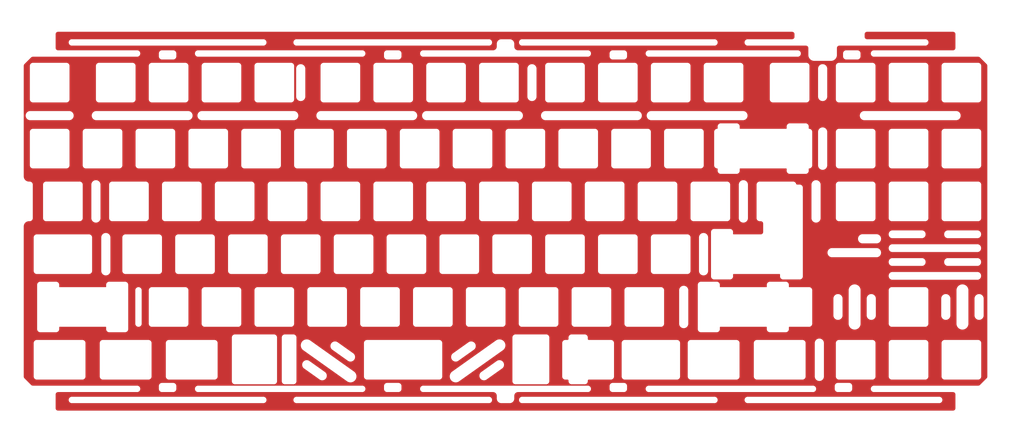
<source format=kicad_pcb>
(kicad_pcb (version 20210108) (generator pcbnew)
  (layers (0 "F.Cu" signal) (31 "B.Cu" signal) (34 "B.Paste" user) (35 "F.Paste" user) (36 "B.SilkS" user "B.Silkscreen") (37 "F.SilkS" user "F.Silkscreen") (38 "B.Mask" user) (39 "F.Mask" user) (44 "Edge.Cuts" user))
  (net 0 "")
  (footprint "f169_plates_graphics:full_plate_inscription" (layer "F.Cu") (at 330.912 156.700018)
    (fp_text reference "G***" hide)
    (fp_text value "full_plate_inscription" hide)
  )
  (gr_arc (start 37.461227 82.571519) (end 37.461227 81.571519) (angle -90) (layer "Edge.Cuts") (width 0.01))
  (gr_arc (start 156.114353 78.071518) (end 156.114352 79.071518) (angle -180) (layer "Edge.Cuts") (width 0.01))
  (gr_arc (start 316.064692 76.071519) (end 317.064693 76.071518) (angle -90) (layer "Edge.Cuts") (width 0.01))
  (gr_arc (start 189.811228 187.583536) (end 188.94209 186.360999) (angle -180) (layer "Edge.Cuts") (width 0.01))
  (gr_line (start 242.248726 143.484018) (end 254.248726 143.484018) (layer "Edge.Cuts") (width 0.01))
  (gr_line (start 376.954977 172.534019) (end 376.954977 166.534018) (layer "Edge.Cuts") (width 0.01))
  (gr_line (start 263.773726 176.534018) (end 251.773726 176.534018) (layer "Edge.Cuts") (width 0.01))
  (gr_arc (start 359.023726 125.434019) (end 360.023726 125.434019) (angle -90) (layer "Edge.Cuts") (width 0.01))
  (gr_line (start 299.398725 138.434019) (end 299.779983 138.434019) (layer "Edge.Cuts") (width 0.01))
  (gr_arc (start 347.223727 143.256557) (end 347.223727 142.056556) (angle -90) (layer "Edge.Cuts") (width 0.01))
  (gr_arc (start 220.911227 118.384019) (end 220.911226 119.384019) (angle -90) (layer "Edge.Cuts") (width 0.01))
  (gr_arc (start 78.036227 125.434019) (end 79.036227 125.434019) (angle -90) (layer "Edge.Cuts") (width 0.01))
  (gr_arc (start 104.136227 125.434019) (end 104.136229 124.434019) (angle -90) (layer "Edge.Cuts") (width 0.01))
  (gr_arc (start 156.114352 199.084018) (end 156.114352 200.084018) (angle -180) (layer "Edge.Cuts") (width 0.01))
  (gr_line (start 283.868147 178.496019) (end 278.213346 178.496018) (layer "Edge.Cuts") (width 0.01))
  (gr_arc (start 92.323727 82.571519) (end 93.323728 82.571519) (angle -90) (layer "Edge.Cuts") (width 0.01))
  (gr_arc (start 285.370827 104.422018) (end 285.370827 103.422018) (angle -90) (layer "Edge.Cuts") (width 0.01))
  (gr_line (start 366.073727 181.584018) (end 378.073727 181.584018) (layer "Edge.Cuts") (width 0.01))
  (gr_arc (start 206.267478 74.577769) (end 206.267478 73.077768) (angle -90) (layer "Edge.Cuts") (width 0.01))
  (gr_line (start 241.248726 156.484018) (end 241.248726 144.484018) (layer "Edge.Cuts") (width 0.01))
  (gr_arc (start 51.461227 203.084019) (end 51.461227 202.084017) (angle -180) (layer "Edge.Cuts") (width 0.01))
  (gr_arc (start 273.298726 94.571519) (end 273.298727 95.571519) (angle -90) (layer "Edge.Cuts") (width 0.01))
  (gr_arc (start 163.761227 106.384019) (end 164.761226 106.384019) (angle -90) (layer "Edge.Cuts") (width 0.01))
  (gr_arc (start 209.267476 202.577768) (end 209.267476 204.077767) (angle -90) (layer "Edge.Cuts") (width 0.01))
  (gr_arc (start 377.823727 158.356558) (end 377.823727 159.556557) (angle -90) (layer "Edge.Cuts") (width 0.01))
  (gr_arc (start 146.31107 183.623826) (end 147.180208 182.401288) (angle -180) (layer "Edge.Cuts") (width 0.01))
  (gr_arc (start 68.511227 106.384019) (end 69.511227 106.384019) (angle -90) (layer "Edge.Cuts") (width 0.01))
  (gr_line (start 306.859346 157.784018) (end 306.859345 158.446017) (layer "Edge.Cuts") (width 0.01))
  (gr_arc (start 46.461228 71.071518) (end 46.461229 70.071518) (angle -55.16505643) (layer "Edge.Cuts") (width 0.01))
  (gr_arc (start 83.961227 198.084019) (end 83.961227 197.084018) (angle -90) (layer "Edge.Cuts") (width 0.01))
  (gr_line (start 85.468746 182.584018) (end 85.468747 194.584019) (layer "Edge.Cuts") (width 0.01))
  (gr_arc (start 192.336227 137.434018) (end 192.336227 138.434019) (angle -90) (layer "Edge.Cuts") (width 0.01))
  (gr_arc (start 347.223727 143.356558) (end 346.023727 143.356557) (angle -90) (layer "Edge.Cuts") (width 0.01))
  (gr_arc (start 333.592475 175.534018) (end 331.592476 175.534018) (angle -180) (layer "Edge.Cuts") (width 0.01))
  (gr_line (start 36.461227 106.384019) (end 36.461227 118.384019) (layer "Edge.Cuts") (width 0.01))
  (gr_line (start 309.246825 105.084019) (end 309.246826 104.422018) (layer "Edge.Cuts") (width 0.01))
  (gr_line (start 69.798727 144.484018) (end 69.798727 156.484018) (layer "Edge.Cuts") (width 0.01))
  (gr_curve (pts (xy 369.987732 206.489721) (xy 370.041609 206.368339) (xy 370.073728 206.22759) (xy 370.073727 206.084017)) (layer "Edge.Cuts") (width 0.01))
  (gr_arc (start 201.861227 106.384019) (end 202.861227 106.384019) (angle -90) (layer "Edge.Cuts") (width 0.01))
  (gr_line (start 45.461228 71.071518) (end 45.461228 72.642733) (layer "Edge.Cuts") (width 0.01))
  (gr_arc (start 63.702486 156.484018) (end 62.202487 156.484018) (angle -180) (layer "Edge.Cuts") (width 0.01))
  (gr_line (start 201.767478 75.071518) (end 132.461228 75.071518) (layer "Edge.Cuts") (width 0.01))
  (gr_line (start 213.767477 202.084017) (end 283.073725 202.084018) (layer "Edge.Cuts") (width 0.01))
  (gr_arc (start 285.370827 120.346019) (end 284.370826 120.346018) (angle -90) (layer "Edge.Cuts") (width 0.01))
  (gr_line (start 83.961227 197.084018) (end 87.961227 197.084018) (layer "Edge.Cuts") (width 0.01))
  (gr_arc (start 89.848726 144.484018) (end 89.848727 143.484018) (angle -90) (layer "Edge.Cuts") (width 0.01))
  (gr_line (start 291.992477 137.434018) (end 291.992476 125.434018) (layer "Edge.Cuts") (width 0.01))
  (gr_arc (start 317.201626 119.683363) (end 317.192101 119.383514) (angle -88.18062807) (layer "Edge.Cuts") (width 0.01))
  (gr_arc (start 154.236226 137.43402) (end 154.236227 138.434019) (angle -90) (layer "Edge.Cuts") (width 0.01))
  (gr_arc (start 132.711227 118.384018) (end 131.711227 118.384019) (angle -90) (layer "Edge.Cuts") (width 0.01))
  (gr_line (start 212.673725 175.534018) (end 212.673726 163.534018) (layer "Edge.Cuts") (width 0.01))
  (gr_line (start 125.264978 180.584017) (end 125.264978 196.284018) (layer "Edge.Cuts") (width 0.01))
  (gr_line (start 232.723727 176.534018) (end 244.723725 176.534018) (layer "Edge.Cuts") (width 0.01))
  (gr_line (start 282.983347 159.446018) (end 288.638147 159.446018) (layer "Edge.Cuts") (width 0.01))
  (gr_arc (start 377.823727 158.256557) (end 379.023728 158.256556) (angle -90) (layer "Edge.Cuts") (width 0.01))
  (gr_arc (start 298.398725 194.584018) (end 297.398726 194.584018) (angle -90) (layer "Edge.Cuts") (width 0.01))
  (gr_line (start 381.573727 82.485733) (end 381.573727 194.669803) (layer "Edge.Cuts") (width 0.01))
  (gr_line (start 112.373728 163.534018) (end 112.373726 175.534018) (layer "Edge.Cuts") (width 0.01))
  (gr_arc (start 161.286227 125.434018) (end 161.286227 124.434019) (angle -90) (layer "Edge.Cuts") (width 0.01))
  (gr_line (start 366.073726 124.434019) (end 378.073725 124.434019) (layer "Edge.Cuts") (width 0.01))
  (gr_curve (pts (xy 311.993078 72.443141) (xy 312.038392 72.329932) (xy 312.064693 72.200896) (xy 312.064693 72.071519)) (layer "Edge.Cuts") (width 0.01))
  (gr_line (start 359.023726 119.384019) (end 347.023727 119.384019) (layer "Edge.Cuts") (width 0.01))
  (gr_line (start 231.618825 197.284018) (end 236.273625 197.284018) (layer "Edge.Cuts") (width 0.01))
  (gr_line (start 290.966207 181.584018) (end 274.586227 181.584018) (layer "Edge.Cuts") (width 0.01))
  (gr_arc (start 235.198727 94.571518) (end 235.198728 95.571519) (angle -90) (layer "Edge.Cuts") (width 0.01))
  (gr_arc (start 123.186227 125.434019) (end 123.186227 124.434019) (angle -90) (layer "Edge.Cuts") (width 0.01))
  (gr_line (start 359.023725 138.434019) (end 347.023727 138.434019) (layer "Edge.Cuts") (width 0.01))
  (gr_arc (start 135.186228 125.434019) (end 136.186228 125.434019) (angle -90) (layer "Edge.Cuts") (width 0.01))
  (gr_line (start 116.136228 124.434019) (end 104.136229 124.434019) (layer "Edge.Cuts") (width 0.01))
  (gr_arc (start 161.286228 94.571519) (end 160.286228 94.571519) (angle -90) (layer "Edge.Cuts") (width 0.01))
  (gr_arc (start 357.823727 153.256557) (end 359.023727 153.256557) (angle -90) (layer "Edge.Cuts") (width 0.01))
  (gr_arc (start 80.323728 94.571519) (end 79.323728 94.571519) (angle -90) (layer "Edge.Cuts") (width 0.01))
  (gr_line (start 251.420602 78.071519) (end 251.420601 79.071519) (layer "Edge.Cuts") (width 0.01))
  (gr_line (start 187.573727 176.534018) (end 175.573727 176.534018) (layer "Edge.Cuts") (width 0.01))
  (gr_line (start 206.727677 185.01107) (end 190.970077 196.213589) (layer "Edge.Cuts") (width 0.01))
  (gr_arc (start 101.848728 156.484018) (end 101.848727 157.484018) (angle -90) (layer "Edge.Cuts") (width 0.01))
  (gr_line (start 118.423728 162.534018) (end 130.423728 162.534019) (layer "Edge.Cuts") (width 0.01))
  (gr_arc (start 211.386227 94.571519) (end 211.386228 95.571519) (angle -90) (layer "Edge.Cuts") (width 0.01))
  (gr_arc (start 195.381005 183.623827) (end 196.250142 184.846365) (angle -180.0000009) (layer "Edge.Cuts") (width 0.01))
  (gr_arc (start 87.961228 79.071518) (end 87.961228 80.071518) (angle -90) (layer "Edge.Cuts") (width 0.01))
  (gr_arc (start 35.961227 122.434018) (end 33.961226 122.434019) (angle -90) (layer "Edge.Cuts") (width 0.01))
  (gr_arc (start 377.823727 143.256557) (end 379.023727 143.256558) (angle -90) (layer "Edge.Cuts") (width 0.01))
  (gr_arc (start 125.661227 118.384018) (end 125.661228 119.384019) (angle -90) (layer "Edge.Cuts") (width 0.01))
  (gr_line (start 260.298726 98.977768) (end 293.348726 98.977768) (layer "Edge.Cuts") (width 0.01))
  (gr_arc (start 359.023727 106.384019) (end 360.023727 106.384019) (angle -90) (layer "Edge.Cuts") (width 0.01))
  (gr_arc (start 101.848727 144.484018) (end 102.848727 144.484018) (angle -90) (layer "Edge.Cuts") (width 0.01))
  (gr_line (start 154.236227 138.434019) (end 142.236228 138.434019) (layer "Edge.Cuts") (width 0.01))
  (gr_arc (start 201.767477 74.071518) (end 201.767478 75.071518) (angle -180) (layer "Edge.Cuts") (width 0.01))
  (gr_arc (start 169.114352 198.084019) (end 170.114352 198.084018) (angle -90) (layer "Edge.Cuts") (width 0.01))
  (gr_arc (start 92.323728 94.571518) (end 92.323729 95.571519) (angle -90) (layer "Edge.Cuts") (width 0.01))
  (gr_arc (start 185.098727 144.484018) (end 185.098727 143.484018) (angle -90) (layer "Edge.Cuts") (width 0.01))
  (gr_arc (start 54.223727 137.434019) (end 54.223727 138.434019) (angle -90) (layer "Edge.Cuts") (width 0.01))
  (gr_arc (start 231.618826 196.284017) (end 230.618826 196.284018) (angle -90) (layer "Edge.Cuts") (width 0.01))
  (gr_arc (start 282.983347 142.522017) (end 282.983347 141.522017) (angle -90) (layer "Edge.Cuts") (width 0.01))
  (gr_line (start 203.267477 200.084018) (end 178.114352 200.084018) (layer "Edge.Cuts") (width 0.01))
  (gr_arc (start 242.248725 144.484018) (end 242.248726 143.484018) (angle -90) (layer "Edge.Cuts") (width 0.01))
  (gr_arc (start 86.468747 194.584018) (end 85.468747 194.584019) (angle -90) (layer "Edge.Cuts") (width 0.01))
  (gr_line (start 74.273727 82.571519) (end 74.273728 94.571519) (layer "Edge.Cuts") (width 0.01))
  (gr_arc (start 118.423727 163.534018) (end 118.423728 162.534018) (angle -90) (layer "Edge.Cuts") (width 0.01))
  (gr_arc (start 54.223727 125.434018) (end 55.223727 125.43402) (angle -90) (layer "Edge.Cuts") (width 0.01))
  (gr_arc (start 378.073726 194.584017) (end 378.073726 195.584017) (angle -90) (layer "Edge.Cuts") (width 0.01))
  (gr_line (start 325.373726 148.434018) (end 341.473726 148.434018) (layer "Edge.Cuts") (width 0.01))
  (gr_arc (start 330.573727 79.071519) (end 329.573727 79.071519) (angle -90) (layer "Edge.Cuts") (width 0.01))
  (gr_curve (pts (xy 45.640427 70.500304) (xy 45.599541 70.559055) (xy 45.562309 70.626286) (xy 45.532843 70.699896)) (layer "Edge.Cuts") (width 0.01))
  (gr_arc (start 146.998727 144.484018) (end 146.998728 143.484018) (angle -90) (layer "Edge.Cuts") (width 0.01))
  (gr_line (start 341.092475 166.534018) (end 341.092476 172.534017) (layer "Edge.Cuts") (width 0.01))
  (gr_arc (start 261.298726 144.484018) (end 261.298726 143.484018) (angle -90) (layer "Edge.Cuts") (width 0.01))
  (gr_line (start 279.061227 106.384018) (end 279.061227 118.384018) (layer "Edge.Cuts") (width 0.01))
  (gr_arc (start 339.973726 194.584018) (end 339.973726 195.584019) (angle -90) (layer "Edge.Cuts") (width 0.01))
  (gr_arc (start 113.661227 118.384019) (end 112.661227 118.384019) (angle -90) (layer "Edge.Cuts") (width 0.01))
  (gr_arc (start 347.023726 175.534018) (end 346.023727 175.534018) (angle -90) (layer "Edge.Cuts") (width 0.01))
  (gr_line (start 240.961227 118.384019) (end 240.961226 106.384019) (layer "Edge.Cuts") (width 0.01))
  (gr_arc (start 87.961228 78.071518) (end 88.961228 78.071518) (angle -90) (layer "Edge.Cuts") (width 0.01))
  (gr_arc (start 38.843747 194.584017) (end 37.843747 194.584018) (angle -90) (layer "Edge.Cuts") (width 0.01))
  (gr_arc (start 211.386227 137.434018) (end 211.386225 138.434019) (angle -90) (layer "Edge.Cuts") (width 0.01))
  (gr_arc (start 289.938147 157.784018) (end 289.938147 157.484018) (angle -90) (layer "Edge.Cuts") (width 0.01))
  (gr_arc (start 94.611226 118.384019) (end 93.611228 118.384019) (angle -90) (layer "Edge.Cuts") (width 0.01))
  (gr_line (start 189.861227 105.384019) (end 201.861227 105.384019) (layer "Edge.Cuts") (width 0.01))
  (gr_line (start 274.586226 125.434019) (end 274.586226 137.43402) (layer "Edge.Cuts") (width 0.01))
  (gr_line (start 96.961227 77.071518) (end 156.114353 77.071518) (layer "Edge.Cuts") (width 0.01))
  (gr_line (start 54.223727 138.434019) (end 42.223728 138.434019) (layer "Edge.Cuts") (width 0.01))
  (gr_arc (start 239.961226 106.384019) (end 240.961226 106.384019) (angle -90) (layer "Edge.Cuts") (width 0.01))
  (gr_line (start 42.223728 124.434019) (end 54.223728 124.434019) (layer "Edge.Cuts") (width 0.01))
  (gr_arc (start 338.059338 71.071519) (end 338.059338 70.071519) (angle -55.16505643) (layer "Edge.Cuts") (width 0.01))
  (gr_line (start 198.386228 137.434019) (end 198.386228 125.434019) (layer "Edge.Cuts") (width 0.01))
  (gr_line (start 38.843747 195.584017) (end 55.223727 195.584017) (layer "Edge.Cuts") (width 0.01))
  (gr_arc (start 304.161227 82.571519) (end 304.161227 81.571518) (angle -90) (layer "Edge.Cuts") (width 0.01))
  (gr_line (start 98.086227 137.434018) (end 98.086227 125.434019) (layer "Edge.Cuts") (width 0.01))
  (gr_line (start 338.059337 73.071519) (end 359.073727 73.07152) (layer "Edge.Cuts") (width 0.01))
  (gr_arc (start 325.473726 149.934018) (end 325.373726 148.434018) (angle -172.3718503) (layer "Edge.Cuts") (width 0.01))
  (gr_arc (start 192.336228 94.571519) (end 192.336228 95.571519) (angle -90) (layer "Edge.Cuts") (width 0.01))
  (gr_line (start 146.998727 157.484018) (end 158.998728 157.484017) (layer "Edge.Cuts") (width 0.01))
  (gr_arc (start 158.998727 156.484018) (end 158.998728 157.484017) (angle -90) (layer "Edge.Cuts") (width 0.01))
  (gr_arc (start 377.823727 153.356558) (end 377.823726 154.556556) (angle -90) (layer "Edge.Cuts") (width 0.01))
  (gr_arc (start 118.423728 82.571519) (end 118.423729 81.571518) (angle -90) (layer "Edge.Cuts") (width 0.01))
  (gr_arc (start 259.420601 199.084018) (end 259.420601 198.084019) (angle -180) (layer "Edge.Cuts") (width 0.01))
  (gr_arc (start 320.876216 182.584017) (end 322.376217 182.584017) (angle -180) (layer "Edge.Cuts") (width 0.01))
  (gr_line (start 50.461227 82.571518) (end 50.461227 94.571519) (layer "Edge.Cuts") (width 0.01))
  (gr_line (start 221.911226 106.384019) (end 221.911227 118.384018) (layer "Edge.Cuts") (width 0.01))
  (gr_arc (start 141.693026 194.340729) (end 140.823887 195.563267) (angle -179.9999991) (layer "Edge.Cuts") (width 0.01))
  (gr_arc (start 61.273727 94.571519) (end 60.273727 94.57152) (angle -90) (layer "Edge.Cuts") (width 0.01))
  (gr_arc (start 168.523729 175.534018) (end 168.523728 176.534018) (angle -90) (layer "Edge.Cuts") (width 0.01))
  (gr_line (start 169.523727 175.534018) (end 169.523729 163.534019) (layer "Edge.Cuts") (width 0.01))
  (gr_arc (start 213.767476 203.084018) (end 213.767477 202.084017) (angle -180) (layer "Edge.Cuts") (width 0.01))
  (gr_arc (start 56.511226 106.384019) (end 56.511227 105.384018) (angle -90) (layer "Edge.Cuts") (width 0.01))
  (gr_line (start 179.336227 94.571519) (end 179.336229 82.571519) (layer "Edge.Cuts") (width 0.01))
  (gr_arc (start 327.973726 194.584018) (end 326.973727 194.584019) (angle -90) (layer "Edge.Cuts") (width 0.01))
  (gr_arc (start 339.973726 182.584018) (end 340.973727 182.584018) (angle -90) (layer "Edge.Cuts") (width 0.01))
  (gr_line (start 269.536226 137.434018) (end 269.536226 125.434019) (layer "Edge.Cuts") (width 0.01))
  (gr_line (start 58.606246 156.484018) (end 58.606246 144.484018) (layer "Edge.Cuts") (width 0.01))
  (gr_arc (start 83.961228 78.071518) (end 83.961228 77.071518) (angle -90) (layer "Edge.Cuts") (width 0.01))
  (gr_line (start 316.901626 119.683363) (end 316.901626 120.346019) (layer "Edge.Cuts") (width 0.01))
  (gr_line (start 50.461227 118.384019) (end 50.461227 106.384019) (layer "Edge.Cuts") (width 0.01))
  (gr_arc (start 127.948727 156.484018) (end 126.948728 156.484018) (angle -90) (layer "Edge.Cuts") (width 0.01))
  (gr_arc (start 111.373728 94.571519) (end 111.373728 95.571519) (angle -90) (layer "Edge.Cuts") (width 0.01))
  (gr_line (start 347.023727 81.57152) (end 359.023726 81.57152) (layer "Edge.Cuts") (width 0.01))
  (gr_arc (start 75.561227 106.384019) (end 75.561227 105.384019) (angle -90) (layer "Edge.Cuts") (width 0.01))
  (gr_arc (start 35.961227 140.434018) (end 35.961228 138.43402) (angle -90) (layer "Edge.Cuts") (width 0.01))
  (gr_arc (start 85.086228 137.434018) (end 84.086228 137.434019) (angle -90) (layer "Edge.Cuts") (width 0.01))
  (gr_arc (start 60.129977 125.434018) (end 61.629977 125.434018) (angle -180) (layer "Edge.Cuts") (width 0.01))
  (gr_arc (start 295.073728 74.071518) (end 295.073727 73.07152) (angle -180) (layer "Edge.Cuts") (width 0.01))
  (gr_line (start 75.561227 105.384019) (end 87.561227 105.384019) (layer "Edge.Cuts") (width 0.01))
  (gr_arc (start 120.461228 203.084018) (end 120.461227 204.084018) (angle -180) (layer "Edge.Cuts") (width 0.01))
  (gr_arc (start 293.492477 137.434018) (end 291.992477 137.434018) (angle -180) (layer "Edge.Cuts") (width 0.01))
  (gr_line (start 211.386225 138.434019) (end 199.386227 138.434019) (layer "Edge.Cuts") (width 0.01))
  (gr_line (start 65.036228 137.434019) (end 65.036227 125.434019) (layer "Edge.Cuts") (width 0.01))
  (gr_arc (start 199.386227 125.434019) (end 199.386226 124.434019) (angle -90) (layer "Edge.Cuts") (width 0.01))
  (gr_line (start 226.961227 106.384019) (end 226.961226 118.384019) (layer "Edge.Cuts") (width 0.01))
  (gr_line (start 45.743148 160.572018) (end 40.088348 160.572017) (layer "Edge.Cuts") (width 0.01))
  (gr_line (start 370.161227 101.977768) (end 337.111226 101.977769) (layer "Edge.Cuts") (width 0.01))
  (gr_arc (start 311.398727 125.434018) (end 312.359672 125.157281) (angle -73.93440149) (layer "Edge.Cuts") (width 0.01))
  (gr_line (start 339.973726 195.584019) (end 327.973727 195.584018) (layer "Edge.Cuts") (width 0.01))
  (gr_line (start 291.025627 121.346019) (end 285.370827 121.346019) (layer "Edge.Cuts") (width 0.01))
  (gr_line (start 336.373726 143.434018) (end 341.473726 143.434018) (layer "Edge.Cuts") (width 0.01))
  (gr_arc (start 250.420601 199.084018) (end 250.420601 200.084017) (angle -90) (layer "Edge.Cuts") (width 0.01))
  (gr_arc (start 178.114354 78.071518) (end 178.114353 77.071517) (angle -180) (layer "Edge.Cuts") (width 0.01))
  (gr_line (start 360.023727 106.384019) (end 360.023726 118.384019) (layer "Edge.Cuts") (width 0.01))
  (gr_line (start 199.386226 124.434019) (end 211.386225 124.434018) (layer "Edge.Cuts") (width 0.01))
  (gr_line (start 212.267476 77.071519) (end 237.420602 77.071519) (layer "Edge.Cuts") (width 0.01))
  (gr_line (start 140.948727 144.484018) (end 140.948728 156.484018) (layer "Edge.Cuts") (width 0.01))
  (gr_arc (start 135.186227 137.43402) (end 135.186226 138.434019) (angle -90) (layer "Edge.Cuts") (width 0.01))
  (gr_line (start 145.998727 144.484018) (end 145.998727 156.484018) (layer "Edge.Cuts") (width 0.01))
  (gr_arc (start 366.073727 137.434018) (end 365.073726 137.434018) (angle -90) (layer "Edge.Cuts") (width 0.01))
  (gr_arc (start 274.586226 194.584018) (end 273.586226 194.584019) (angle -90) (layer "Edge.Cuts") (width 0.01))
  (gr_arc (start 166.048727 144.484018) (end 166.048727 143.484018) (angle -90) (layer "Edge.Cuts") (width 0.01))
  (gr_arc (start 57.606248 144.484019) (end 58.606246 144.484018) (angle -90) (layer "Edge.Cuts") (width 0.01))
  (gr_arc (start 377.823727 153.256557) (end 379.023726 153.256558) (angle -90) (layer "Edge.Cuts") (width 0.01))
  (gr_line (start 188.573728 163.534017) (end 188.573727 175.534017) (layer "Edge.Cuts") (width 0.01))
  (gr_arc (start 311.064692 71.071519) (end 311.885494 70.500305) (angle -55.16505643) (layer "Edge.Cuts") (width 0.01))
  (gr_line (start 347.023727 162.534018) (end 359.023727 162.534018) (layer "Edge.Cuts") (width 0.01))
  (gr_line (start 222.396226 197.28387) (end 211.396226 197.28387) (layer "Edge.Cuts") (width 0.01))
  (gr_arc (start 123.186228 137.434019) (end 122.186227 137.43402) (angle -90) (layer "Edge.Cuts") (width 0.01))
  (gr_arc (start 347.023727 118.384019) (end 346.023726 118.384019) (angle -90) (layer "Edge.Cuts") (width 0.01))
  (gr_line (start 158.998727 143.484018) (end 146.998728 143.484018) (layer "Edge.Cuts") (width 0.01))
  (gr_line (start 299.786969 143.484018) (end 289.930647 143.484018) (layer "Edge.Cuts") (width 0.01))
  (gr_arc (start 139.948727 144.484018) (end 140.948727 144.484018) (angle -90) (layer "Edge.Cuts") (width 0.01))
  (gr_line (start 51.461227 202.084017) (end 120.461227 202.084017) (layer "Edge.Cuts") (width 0.01))
  (gr_arc (start 322.06704 118.384019) (end 320.56704 118.384019) (angle -180) (layer "Edge.Cuts") (width 0.01))
  (gr_line (start 197.098727 143.484019) (end 185.098727 143.484018) (layer "Edge.Cuts") (width 0.01))
  (gr_line (start 365.073727 118.384019) (end 365.073727 106.384019) (layer "Edge.Cuts") (width 0.01))
  (gr_line (start 63.964347 176.834018) (end 63.964348 177.496018) (layer "Edge.Cuts") (width 0.01))
  (gr_arc (start 254.248726 144.484018) (end 255.248726 144.484018) (angle -90) (layer "Edge.Cuts") (width 0.01))
  (gr_line (start 182.811227 119.384019) (end 170.811228 119.384019) (layer "Edge.Cuts") (width 0.01))
  (gr_line (start 298.398726 181.584018) (end 314.778708 181.584018) (layer "Edge.Cuts") (width 0.01))
  (gr_arc (start 273.298726 156.484018) (end 273.298726 157.484019) (angle -90) (layer "Edge.Cuts") (width 0.01))
  (gr_line (start 126.661228 106.384019) (end 126.661228 118.384019) (layer "Edge.Cuts") (width 0.01))
  (gr_arc (start 49.461226 82.571519) (end 50.461227 82.571518) (angle -90) (layer "Edge.Cuts") (width 0.01))
  (gr_arc (start 369.073727 206.084018) (end 369.073726 207.084018) (angle -55.16505643) (layer "Edge.Cuts") (width 0.01))
  (gr_arc (start 136.123247 190.381018) (end 136.992385 189.158479) (angle -179.9999988) (layer "Edge.Cuts") (width 0.01))
  (gr_line (start 293.348726 101.977769) (end 260.298726 101.977769) (layer "Edge.Cuts") (width 0.01))
  (gr_arc (start 203.267478 75.57152) (end 203.267479 77.071519) (angle -90) (layer "Edge.Cuts") (width 0.01))
  (gr_arc (start 132.461228 74.071519) (end 132.461228 73.071518) (angle -180) (layer "Edge.Cuts") (width 0.01))
  (gr_line (start 145.441933 184.846365) (end 151.01171 188.806076) (layer "Edge.Cuts") (width 0.01))
  (gr_arc (start 156.523727 175.534018) (end 155.523727 175.534018) (angle -90) (layer "Edge.Cuts") (width 0.01))
  (gr_line (start 310.044146 162.534018) (end 317.161226 162.534019) (layer "Edge.Cuts") (width 0.01))
  (gr_line (start 145.711227 106.384019) (end 145.711228 118.384018) (layer "Edge.Cuts") (width 0.01))
  (gr_line (start 132.711227 105.384019) (end 144.711227 105.384019) (layer "Edge.Cuts") (width 0.01))
  (gr_arc (start 317.201626 105.084674) (end 316.901626 105.084674) (angle -88.18062807) (layer "Edge.Cuts") (width 0.01))
  (gr_line (start 327.973727 81.571519) (end 339.973726 81.57152) (layer "Edge.Cuts") (width 0.01))
  (gr_arc (start 246.420602 78.071519) (end 246.420602 77.071519) (angle -90) (layer "Edge.Cuts") (width 0.01))
  (gr_arc (start 154.236228 82.571519) (end 155.236228 82.571519) (angle -90) (layer "Edge.Cuts") (width 0.01))
  (gr_arc (start 237.486227 137.434018) (end 236.486226 137.434019) (angle -90) (layer "Edge.Cuts") (width 0.01))
  (gr_line (start 326.092476 172.534018) (end 326.092476 166.534018) (layer "Edge.Cuts") (width 0.01))
  (gr_line (start 193.336228 82.571519) (end 193.336228 94.571519) (layer "Edge.Cuts") (width 0.01))
  (gr_arc (start 99.373727 82.571519) (end 99.373728 81.57152) (angle -90) (layer "Edge.Cuts") (width 0.01))
  (gr_line (start 222.198726 98.977769) (end 255.248727 98.977769) (layer "Edge.Cuts") (width 0.01))
  (gr_arc (start 212.386227 100.477769) (end 212.386227 101.977768) (angle -180) (layer "Edge.Cuts") (width 0.01))
  (gr_arc (start 194.623728 163.534017) (end 194.623728 162.534018) (angle -90) (layer "Edge.Cuts") (width 0.01))
  (gr_arc (start 254.248726 156.484018) (end 254.248726 157.484018) (angle -90) (layer "Edge.Cuts") (width 0.01))
  (gr_arc (start 80.323728 163.534017) (end 80.323728 162.534018) (angle -90) (layer "Edge.Cuts") (width 0.01))
  (gr_arc (start 327.973727 125.434019) (end 327.973726 124.434019) (angle -90) (layer "Edge.Cuts") (width 0.01))
  (gr_line (start 79.036227 125.434019) (end 79.036226 137.43402) (layer "Edge.Cuts") (width 0.01))
  (gr_curve (pts (xy 337.130954 70.699896) (xy 337.085638 70.813106) (xy 337.059338 70.942141) (xy 337.059338 71.071519)) (layer "Edge.Cuts") (width 0.01))
  (gr_arc (start 205.568827 183.381019) (end 206.727677 185.01107) (angle -180) (layer "Edge.Cuts") (width 0.01))
  (gr_line (start 36.223727 124.434019) (end 35.961227 124.434019) (layer "Edge.Cuts") (width 0.01))
  (gr_line (start 37.223726 137.43402) (end 37.223727 125.434019) (layer "Edge.Cuts") (width 0.01))
  (gr_arc (start 310.044146 162.234018) (end 309.744146 162.234018) (angle -90) (layer "Edge.Cuts") (width 0.01))
  (gr_line (start 93.323728 163.534017) (end 93.323727 175.534018) (layer "Edge.Cuts") (width 0.01))
  (gr_arc (start 118.423727 94.571519) (end 117.423727 94.571519) (angle -90) (layer "Edge.Cuts") (width 0.01))
  (gr_arc (start 378.073727 94.571518) (end 378.073727 95.571518) (angle -90) (layer "Edge.Cuts") (width 0.01))
  (gr_line (start 164.114352 199.084017) (end 164.114352 198.084019) (layer "Edge.Cuts") (width 0.01))
  (gr_arc (start 290.966207 194.584018) (end 290.966206 195.584017) (angle -90) (layer "Edge.Cuts") (width 0.01))
  (gr_arc (start 378.454978 172.534019) (end 376.954977 172.534019) (angle -180) (layer "Edge.Cuts") (width 0.01))
  (gr_line (start 249.486226 124.434018) (end 237.486226 124.434018) (layer "Edge.Cuts") (width 0.01))
  (gr_arc (start 339.973727 106.384019) (end 340.973727 106.384019) (angle -90) (layer "Edge.Cuts") (width 0.01))
  (gr_line (start 88.961227 198.084017) (end 88.961226 199.084018) (layer "Edge.Cuts") (width 0.01))
  (gr_line (start 308.744145 178.496018) (end 303.089346 178.496018) (layer "Edge.Cuts") (width 0.01))
  (gr_arc (start 339.973725 118.384019) (end 339.973725 119.384019) (angle -90) (layer "Edge.Cuts") (width 0.01))
  (gr_arc (start 208.911226 118.384019) (end 207.911226 118.384019) (angle -90) (layer "Edge.Cuts") (width 0.01))
  (gr_line (start 365.073727 94.571519) (end 365.073727 82.571519) (layer "Edge.Cuts") (width 0.01))
  (gr_arc (start 347.223727 148.356557) (end 346.023726 148.356557) (angle -90) (layer "Edge.Cuts") (width 0.01))
  (gr_line (start 61.656247 194.584019) (end 61.656247 182.584019) (layer "Edge.Cuts") (width 0.01))
  (gr_line (start 73.273728 95.571519) (end 61.273728 95.57152) (layer "Edge.Cuts") (width 0.01))
  (gr_line (start 79.036227 195.584018) (end 62.656247 195.584018) (layer "Edge.Cuts") (width 0.01))
  (gr_line (start 339.973726 138.434019) (end 327.973727 138.434019) (layer "Edge.Cuts") (width 0.01))
  (gr_arc (start 156.523728 163.534018) (end 156.523728 162.534018) (angle -90) (layer "Edge.Cuts") (width 0.01))
  (gr_line (start 246.723726 194.584017) (end 246.723726 182.584018) (layer "Edge.Cuts") (width 0.01))
  (gr_line (start 250.773727 195.584017) (end 269.536226 195.584018) (layer "Edge.Cuts") (width 0.01))
  (gr_arc (start 259.420602 78.07152) (end 259.420601 77.071519) (angle -180) (layer "Edge.Cuts") (width 0.01))
  (gr_arc (start 308.744147 161.572017) (end 309.744147 161.572017) (angle -90) (layer "Edge.Cuts") (width 0.01))
  (gr_line (start 45.461228 204.512803) (end 45.461227 201.084018) (layer "Edge.Cuts") (width 0.01))
  (gr_line (start 156.114352 198.084019) (end 96.961227 198.084018) (layer "Edge.Cuts") (width 0.01))
  (gr_line (start 230.618827 196.084018) (end 230.618826 196.284018) (layer "Edge.Cuts") (width 0.01))
  (gr_arc (start 230.436227 125.434018) (end 231.436227 125.434019) (angle -90) (layer "Edge.Cuts") (width 0.01))
  (gr_arc (start 189.861227 118.384019) (end 188.861228 118.384018) (angle -90) (layer "Edge.Cuts") (width 0.01))
  (gr_arc (start 189.861227 106.384019) (end 189.861227 105.384019) (angle -90) (layer "Edge.Cuts") (width 0.01))
  (gr_arc (start 319.686227 125.434019) (end 321.186227 125.434019) (angle -180) (layer "Edge.Cuts") (width 0.01))
  (gr_arc (start 37.375441 80.071518) (end 37.375441 79.071519) (angle -45) (layer "Edge.Cuts") (width 0.01))
  (gr_arc (start 61.273729 82.571519) (end 61.273728 81.571519) (angle -90) (layer "Edge.Cuts") (width 0.01))
  (gr_line (start 261.298726 143.484018) (end 273.298726 143.484018) (layer "Edge.Cuts") (width 0.01))
  (gr_arc (start 199.99905 194.340729) (end 199.129914 193.11819) (angle -180) (layer "Edge.Cuts") (width 0.01))
  (gr_arc (start 327.573727 198.084018) (end 327.573727 197.084018) (angle -90) (layer "Edge.Cuts") (width 0.01))
  (gr_line (start 235.198726 157.484018) (end 223.198726 157.484018) (layer "Edge.Cuts") (width 0.01))
  (gr_arc (start 180.336228 94.571519) (end 179.336227 94.571519) (angle -90) (layer "Edge.Cuts") (width 0.01))
  (gr_arc (start 220.911226 106.38402) (end 221.911226 106.384019) (angle -90) (layer "Edge.Cuts") (width 0.01))
  (gr_arc (start 331.573727 199.084018) (end 331.573728 200.084018) (angle -90) (layer "Edge.Cuts") (width 0.01))
  (gr_arc (start 149.473728 163.534017) (end 150.473728 163.534018) (angle -90) (layer "Edge.Cuts") (width 0.01))
  (gr_line (start 63.664347 162.534018) (end 47.043148 162.534018) (layer "Edge.Cuts") (width 0.01))
  (gr_arc (start 222.396227 180.583868) (end 223.396226 180.583869) (angle -90) (layer "Edge.Cuts") (width 0.01))
  (gr_line (start 93.323728 82.571519) (end 93.323726 94.571519) (layer "Edge.Cuts") (width 0.01))
  (gr_line (start 192.336228 95.571519) (end 180.336228 95.571519) (layer "Edge.Cuts") (width 0.01))
  (gr_curve (pts (xy 337.059338 72.071519) (xy 337.059337 72.200896) (xy 337.085639 72.329931) (xy 337.130954 72.443142)) (layer "Edge.Cuts") (width 0.01))
  (gr_arc (start 206.623728 175.534018) (end 206.623727 176.534018) (angle -90) (layer "Edge.Cuts") (width 0.01))
  (gr_line (start 367.223727 152.056557) (end 377.823726 152.056557) (layer "Edge.Cuts") (width 0.01))
  (gr_line (start 287.586227 124.434018) (end 275.586226 124.434018) (layer "Edge.Cuts") (width 0.01))
  (gr_line (start 155.523728 163.534017) (end 155.523727 175.534018) (layer "Edge.Cuts") (width 0.01))
  (gr_arc (start 285.168147 162.234017) (end 284.868147 162.234017) (angle -90) (layer "Edge.Cuts") (width 0.01))
  (gr_arc (start 330.573727 78.071519) (end 330.573727 77.071519) (angle -90) (layer "Edge.Cuts") (width 0.01))
  (gr_line (start 60.273727 98.977769) (end 93.323728 98.977769) (layer "Edge.Cuts") (width 0.01))
  (gr_arc (start 303.089346 177.496018) (end 302.089346 177.496018) (angle -90) (layer "Edge.Cuts") (width 0.01))
  (gr_line (start 266.061227 105.384019) (end 278.061226 105.384018) (layer "Edge.Cuts") (width 0.01))
  (gr_arc (start 151.880848 194.583537) (end 150.721998 196.213589) (angle -180) (layer "Edge.Cuts") (width 0.01))
  (gr_line (start 379.023726 153.256558) (end 379.023727 153.356556) (layer "Edge.Cuts") (width 0.01))
  (gr_line (start 132.461228 73.071518) (end 201.767478 73.071518) (layer "Edge.Cuts") (width 0.01))
  (gr_arc (start 341.473726 149.934017) (end 341.473726 151.434018) (angle -180) (layer "Edge.Cuts") (width 0.01))
  (gr_line (start 84.086228 125.434019) (end 84.086228 137.434019) (layer "Edge.Cuts") (width 0.01))
  (gr_line (start 169.114353 80.071519) (end 165.114353 80.071519) (layer "Edge.Cuts") (width 0.01))
  (gr_line (start 132.264978 180.584018) (end 132.264978 196.284018) (layer "Edge.Cuts") (width 0.01))
  (gr_line (start 230.618826 180.584017) (end 230.618827 181.084017) (layer "Edge.Cuts") (width 0.01))
  (gr_line (start 347.223727 147.056556) (end 377.823727 147.056557) (layer "Edge.Cuts") (width 0.01))
  (gr_line (start 39.088347 161.572017) (end 39.088347 177.496018) (layer "Edge.Cuts") (width 0.01))
  (gr_line (start 340.973726 125.434019) (end 340.973726 137.434019) (layer "Edge.Cuts") (width 0.01))
  (gr_line (start 311.064692 70.071519) (end 46.461229 70.071518) (layer "Edge.Cuts") (width 0.01))
  (gr_line (start 280.637288 144.484018) (end 280.637287 156.484018) (layer "Edge.Cuts") (width 0.01))
  (gr_line (start 98.373728 94.571519) (end 98.373727 82.571519) (layer "Edge.Cuts") (width 0.01))
  (gr_arc (start 292.325626 119.684018) (end 292.325627 119.384018) (angle -90) (layer "Edge.Cuts") (width 0.01))
  (gr_arc (start 231.618825 180.584017) (end 231.618826 179.584017) (angle -90) (layer "Edge.Cuts") (width 0.01))
  (gr_arc (start 120.461228 74.071518) (end 120.461228 75.071518) (angle -180) (layer "Edge.Cuts") (width 0.01))
  (gr_line (start 87.961228 80.071518) (end 83.961228 80.071518) (layer "Edge.Cuts") (width 0.01))
  (gr_arc (start 50.461227 100.477769) (end 50.461227 101.977769) (angle -180) (layer "Edge.Cuts") (width 0.01))
  (gr_arc (start 283.868146 177.496018) (end 283.868147 178.496019) (angle -90) (layer "Edge.Cuts") (width 0.01))
  (gr_arc (start 205.568827 190.381017) (end 206.437964 191.603555) (angle -180) (layer "Edge.Cuts") (width 0.01))
  (gr_arc (start 110.264977 180.584018) (end 110.264978 179.584018) (angle -90) (layer "Edge.Cuts") (width 0.01))
  (gr_arc (start 357.823727 153.356557) (end 357.823727 154.556556) (angle -90) (layer "Edge.Cuts") (width 0.01))
  (gr_line (start 164.114353 79.071518) (end 164.114353 78.071519) (layer "Edge.Cuts") (width 0.01))
  (gr_arc (start 319.686226 137.434019) (end 318.186228 137.434019) (angle -180) (layer "Edge.Cuts") (width 0.01))
  (gr_arc (start 137.473728 163.534018) (end 137.473728 162.534017) (angle -90) (layer "Edge.Cuts") (width 0.01))
  (gr_line (start 37.461227 81.571519) (end 49.461227 81.57152) (layer "Edge.Cuts") (width 0.01))
  (gr_line (start 76.471437 163.534018) (end 76.471438 175.534018) (layer "Edge.Cuts") (width 0.01))
  (gr_arc (start 366.073726 118.384019) (end 365.073727 118.384019) (angle -90) (layer "Edge.Cuts") (width 0.01))
  (gr_arc (start 333.592476 163.534017) (end 335.592476 163.534018) (angle -180) (layer "Edge.Cuts") (width 0.01))
  (gr_line (start 165.114351 197.084018) (end 169.114352 197.084018) (layer "Edge.Cuts") (width 0.01))
  (gr_arc (start 36.461228 100.477769) (end 36.461228 98.977769) (angle -180) (layer "Edge.Cuts") (width 0.01))
  (gr_arc (start 339.973726 125.434019) (end 340.973726 125.434019) (angle -90) (layer "Edge.Cuts") (width 0.01))
  (gr_line (start 101.848727 143.484018) (end 89.848727 143.484018) (layer "Edge.Cuts") (width 0.01))
  (gr_arc (start 359.073727 74.071519) (end 359.073727 75.071519) (angle -180) (layer "Edge.Cuts") (width 0.01))
  (gr_line (start 206.437964 191.603555) (end 200.868187 195.563267) (layer "Edge.Cuts") (width 0.01))
  (gr_line (start 369.073727 70.07152) (end 338.059338 70.071519) (layer "Edge.Cuts") (width 0.01))
  (gr_line (start 359.023726 195.584018) (end 347.023726 195.584018) (layer "Edge.Cuts") (width 0.01))
  (gr_line (start 255.248726 144.484018) (end 255.248726 156.484018) (layer "Edge.Cuts") (width 0.01))
  (gr_arc (start 274.586226 182.584017) (end 274.586227 181.584018) (angle -90) (layer "Edge.Cuts") (width 0.01))
  (gr_arc (start 197.098727 144.484017) (end 198.098726 144.484018) (angle -90) (layer "Edge.Cuts") (width 0.01))
  (gr_arc (start 154.236228 125.434018) (end 155.236228 125.434018) (angle -90) (layer "Edge.Cuts") (width 0.01))
  (gr_arc (start 125.661226 106.384019) (end 126.661228 106.384019) (angle -90) (layer "Edge.Cuts") (width 0.01))
  (gr_line (start 284.868147 176.834018) (end 284.868147 177.496018) (layer "Edge.Cuts") (width 0.01))
  (gr_line (start 37.461228 119.384019) (end 49.461227 119.38402) (layer "Edge.Cuts") (width 0.01))
  (gr_arc (start 37.461227 106.384019) (end 37.461227 105.38402) (angle -90) (layer "Edge.Cuts") (width 0.01))
  (gr_line (start 175.573727 162.534018) (end 187.573728 162.534018) (layer "Edge.Cuts") (width 0.01))
  (gr_arc (start 235.198727 144.484018) (end 236.198725 144.484018) (angle -90) (layer "Edge.Cuts") (width 0.01))
  (gr_arc (start 292.348726 82.571518) (end 293.348726 82.571519) (angle -90) (layer "Edge.Cuts") (width 0.01))
  (gr_arc (start 49.461227 94.571519) (end 49.461227 95.571519) (angle -90) (layer "Edge.Cuts") (width 0.01))
  (gr_arc (start 287.586226 137.434018) (end 287.586225 138.434019) (angle -90) (layer "Edge.Cuts") (width 0.01))
  (gr_arc (start 250.420602 79.071519) (end 250.420603 80.071519) (angle -90) (layer "Edge.Cuts") (width 0.01))
  (gr_arc (start 212.267475 201.584018) (end 212.267476 200.084018) (angle -90) (layer "Edge.Cuts") (width 0.01))
  (gr_line (start 369.073726 207.084018) (end 46.461227 207.084017) (layer "Edge.Cuts") (width 0.01))
  (gr_arc (start 82.798727 144.484017) (end 83.798727 144.484018) (angle -90) (layer "Edge.Cuts") (width 0.01))
  (gr_line (start 307.859346 159.446017) (end 313.77985 159.446018) (layer "Edge.Cuts") (width 0.01))
  (gr_arc (start 340.573727 199.084018) (end 340.573727 198.084018) (angle -180) (layer "Edge.Cuts") (width 0.01))
  (gr_line (start 280.348727 81.571518) (end 292.348726 81.571519) (layer "Edge.Cuts") (width 0.01))
  (gr_line (start 88.848727 144.484017) (end 88.848728 156.484018) (layer "Edge.Cuts") (width 0.01))
  (gr_line (start 131.423728 82.571519) (end 131.423728 94.571519) (layer "Edge.Cuts") (width 0.01))
  (gr_arc (start 313.064693 78.071519) (end 313.064692 79.071519) (angle -180) (layer "Edge.Cuts") (width 0.01))
  (gr_line (start 178.048727 143.484019) (end 166.048727 143.484018) (layer "Edge.Cuts") (width 0.01))
  (gr_line (start 169.811227 118.384019) (end 169.811228 106.38402) (layer "Edge.Cuts") (width 0.01))
  (gr_line (start 260.298727 94.571519) (end 260.298728 82.571519) (layer "Edge.Cuts") (width 0.01))
  (gr_arc (start 280.348727 82.571519) (end 280.348727 81.571518) (angle -90) (layer "Edge.Cuts") (width 0.01))
  (gr_curve (pts (xy 45.532843 206.45564) (xy 45.562309 206.52925) (xy 45.599541 206.596482) (xy 45.640427 206.655233)) (layer "Edge.Cuts") (width 0.01))
  (gr_line (start 74.561228 118.384018) (end 74.561227 106.38402) (layer "Edge.Cuts") (width 0.01))
  (gr_arc (start 128.264979 180.584019) (end 128.264978 179.584018) (angle -90) (layer "Edge.Cuts") (width 0.01))
  (gr_line (start 199.386228 81.571519) (end 211.386227 81.571519) (layer "Edge.Cuts") (width 0.01))
  (gr_arc (start 366.073727 182.584018) (end 366.073727 181.584018) (angle -90) (layer "Edge.Cuts") (width 0.01))
  (gr_arc (start 137.473728 175.534018) (end 136.473728 175.534018) (angle -90) (layer "Edge.Cuts") (width 0.01))
  (gr_line (start 141.236228 98.977769) (end 174.286228 98.977769) (layer "Edge.Cuts") (width 0.01))
  (gr_arc (start 378.073728 182.584018) (end 379.073728 182.584018) (angle -90) (layer "Edge.Cuts") (width 0.01))
  (gr_line (start 340.973726 82.571518) (end 340.973726 94.571519) (layer "Edge.Cuts") (width 0.01))
  (gr_arc (start 142.236227 137.434019) (end 141.236227 137.43402) (angle -90) (layer "Edge.Cuts") (width 0.01))
  (gr_arc (start 232.723726 175.534018) (end 231.723727 175.534018) (angle -90) (layer "Edge.Cuts") (width 0.01))
  (gr_line (start 202.861227 106.384019) (end 202.861227 118.384018) (layer "Edge.Cuts") (width 0.01))
  (gr_arc (start 47.043148 176.834018) (end 47.043149 176.534018) (angle -90) (layer "Edge.Cuts") (width 0.01))
  (gr_line (start 78.036227 138.434019) (end 66.036228 138.434019) (layer "Edge.Cuts") (width 0.01))
  (gr_arc (start 37.461228 94.57152) (end 36.461227 94.571519) (angle -90) (layer "Edge.Cuts") (width 0.01))
  (gr_line (start 179.336228 137.434019) (end 179.336229 125.434019) (layer "Edge.Cuts") (width 0.01))
  (gr_line (start 236.198727 82.571519) (end 236.198727 94.571519) (layer "Edge.Cuts") (width 0.01))
  (gr_arc (start 131.264977 196.284019) (end 131.264978 197.284018) (angle -90) (layer "Edge.Cuts") (width 0.01))
  (gr_line (start 379.023726 148.256557) (end 379.023727 148.356556) (layer "Edge.Cuts") (width 0.01))
  (gr_arc (start 216.148726 144.484018) (end 217.148726 144.484018) (angle -90) (layer "Edge.Cuts") (width 0.01))
  (gr_line (start 359.073727 75.071519) (end 328.059338 75.07152) (layer "Edge.Cuts") (width 0.01))
  (gr_arc (start 327.973727 182.584018) (end 327.973727 181.584018) (angle -90) (layer "Edge.Cuts") (width 0.01))
  (gr_line (start 183.811228 195.583537) (end 157.880848 195.583538) (layer "Edge.Cuts") (width 0.01))
  (gr_arc (start 334.573728 78.071519) (end 335.573728 78.071519) (angle -90) (layer "Edge.Cuts") (width 0.01))
  (gr_line (start 278.061226 119.384019) (end 266.061227 119.384019) (layer "Edge.Cuts") (width 0.01))
  (gr_line (start 379.073728 182.584018) (end 379.073727 194.584019) (layer "Edge.Cuts") (width 0.01))
  (gr_line (start 273.298726 157.484019) (end 261.298726 157.484018) (layer "Edge.Cuts") (width 0.01))
  (gr_arc (start 166.048728 156.484018) (end 165.048727 156.484019) (angle -90) (layer "Edge.Cuts") (width 0.01))
  (gr_arc (start 182.811226 118.384018) (end 182.811227 119.384019) (angle -90) (layer "Edge.Cuts") (width 0.01))
  (gr_line (start 265.061227 118.384019) (end 265.061227 106.384019) (layer "Edge.Cuts") (width 0.01))
  (gr_line (start 139.948727 157.484019) (end 127.948726 157.484018) (layer "Edge.Cuts") (width 0.01))
  (gr_arc (start 96.961229 78.071518) (end 96.961227 77.071518) (angle -180) (layer "Edge.Cuts") (width 0.01))
  (gr_arc (start 180.336228 137.434018) (end 179.336228 137.434019) (angle -90) (layer "Edge.Cuts") (width 0.01))
  (gr_arc (start 282.983347 158.446018) (end 281.983347 158.446017) (angle -90) (layer "Edge.Cuts") (width 0.01))
  (gr_arc (start 366.073726 94.571519) (end 365.073727 94.571519) (angle -90) (layer "Edge.Cuts") (width 0.01))
  (gr_arc (start 63.664347 162.234019) (end 63.664347 162.534018) (angle -90) (layer "Edge.Cuts") (width 0.01))
  (gr_arc (start 133.948727 93.571518) (end 132.448727 93.571518) (angle -180) (layer "Edge.Cuts") (width 0.01))
  (gr_arc (start 367.223727 153.256557) (end 367.223727 152.056557) (angle -90) (layer "Edge.Cuts") (width 0.01))
  (gr_arc (start 256.536226 125.43402) (end 256.536226 124.434019) (angle -90) (layer "Edge.Cuts") (width 0.01))
  (gr_arc (start 203.267478 201.584018) (end 204.767478 201.584017) (angle -90) (layer "Edge.Cuts") (width 0.01))
  (gr_line (start 330.573727 77.071519) (end 334.573727 77.071519) (layer "Edge.Cuts") (width 0.01))
  (gr_arc (start 378.159514 80.071519) (end 378.866621 79.364412) (angle -45) (layer "Edge.Cuts") (width 0.01))
  (gr_line (start 317.161226 82.571518) (end 317.161227 94.571519) (layer "Edge.Cuts") (width 0.01))
  (gr_line (start 312.064693 72.071519) (end 312.064693 71.071518) (layer "Edge.Cuts") (width 0.01))
  (gr_line (start 302.089346 162.234019) (end 302.089346 161.572017) (layer "Edge.Cuts") (width 0.01))
  (gr_arc (start 46.461228 76.071518) (end 45.461229 76.071518) (angle -90) (layer "Edge.Cuts") (width 0.01))
  (gr_line (start 327.573727 197.084018) (end 331.573727 197.084018) (layer "Edge.Cuts") (width 0.01))
  (gr_line (start 326.973725 137.434019) (end 326.973727 125.434019) (layer "Edge.Cuts") (width 0.01))
  (gr_arc (start 127.948727 144.484017) (end 127.948727 143.484019) (angle -90) (layer "Edge.Cuts") (width 0.01))
  (gr_line (start 87.961227 200.084018) (end 83.961228 200.084018) (layer "Edge.Cuts") (width 0.01))
  (gr_line (start 254.248726 157.484018) (end 242.248726 157.484018) (layer "Edge.Cuts") (width 0.01))
  (gr_arc (start 187.573728 163.534018) (end 188.573728 163.534017) (angle -90) (layer "Edge.Cuts") (width 0.01))
  (gr_arc (start 225.673727 163.534018) (end 226.673727 163.534017) (angle -90) (layer "Edge.Cuts") (width 0.01))
  (gr_arc (start 42.223727 125.434019) (end 42.223728 124.434019) (angle -90) (layer "Edge.Cuts") (width 0.01))
  (gr_arc (start 283.073727 74.07152) (end 283.073727 75.071519) (angle -180) (layer "Edge.Cuts") (width 0.01))
  (gr_arc (start 158.998726 144.484018) (end 159.998727 144.484018) (angle -90) (layer "Edge.Cuts") (width 0.01))
  (gr_line (start 291.966207 194.584018) (end 291.966207 182.584017) (layer "Edge.Cuts") (width 0.01))
  (gr_line (start 274.298726 144.484017) (end 274.298727 156.484017) (layer "Edge.Cuts") (width 0.01))
  (gr_arc (start 254.248727 94.571519) (end 254.248727 95.571519) (angle -90) (layer "Edge.Cuts") (width 0.01))
  (gr_line (start 121.898727 156.484018) (end 121.898727 144.484018) (layer "Edge.Cuts") (width 0.01))
  (gr_arc (start 246.420601 198.084019) (end 246.420601 197.084017) (angle -90) (layer "Edge.Cuts") (width 0.01))
  (gr_arc (start 173.286227 125.434018) (end 174.286227 125.434018) (angle -90) (layer "Edge.Cuts") (width 0.01))
  (gr_line (start 323.567476 83.571518) (end 323.567476 93.571519) (layer "Edge.Cuts") (width 0.01))
  (gr_line (start 309.744146 176.834018) (end 309.744145 177.496018) (layer "Edge.Cuts") (width 0.01))
  (gr_line (start 320.567475 93.571519) (end 320.567476 83.571519) (layer "Edge.Cuts") (width 0.01))
  (gr_arc (start 377.823726 148.356557) (end 377.823727 149.556557) (angle -90) (layer "Edge.Cuts") (width 0.01))
  (gr_line (start 130.423727 176.534018) (end 118.423727 176.534018) (layer "Edge.Cuts") (width 0.01))
  (gr_line (start 161.286227 124.434019) (end 173.286227 124.434018) (layer "Edge.Cuts") (width 0.01))
  (gr_arc (start 275.586227 125.434018) (end 275.586226 124.434018) (angle -90) (layer "Edge.Cuts") (width 0.01))
  (gr_line (start 236.273626 179.584017) (end 231.618826 179.584017) (layer "Edge.Cuts") (width 0.01))
  (gr_arc (start 86.468747 182.584018) (end 86.468747 181.584018) (angle -90) (layer "Edge.Cuts") (width 0.01))
  (gr_arc (start 170.811227 118.384019) (end 169.811227 118.384019) (angle -90) (layer "Edge.Cuts") (width 0.01))
  (gr_line (start 315.901625 121.34602) (end 310.246826 121.346019) (layer "Edge.Cuts") (width 0.01))
  (gr_arc (start 225.673726 175.534018) (end 225.673726 176.534018) (angle -90) (layer "Edge.Cuts") (width 0.01))
  (gr_arc (start 378.073726 118.384018) (end 378.073726 119.384019) (angle -90) (layer "Edge.Cuts") (width 0.01))
  (gr_arc (start 366.073728 106.384019) (end 366.073727 105.384019) (angle -90) (layer "Edge.Cuts") (width 0.01))
  (gr_line (start 46.743148 162.234017) (end 46.743148 161.572017) (layer "Edge.Cuts") (width 0.01))
  (gr_line (start 184.098727 144.484018) (end 184.098729 156.484018) (layer "Edge.Cuts") (width 0.01))
  (gr_curve (pts (xy 311.993077 70.699897) (xy 311.963611 70.626285) (xy 311.92638 70.559054) (xy 311.885494 70.500305)) (layer "Edge.Cuts") (width 0.01))
  (gr_line (start 46.743148 177.496018) (end 46.743148 176.834018) (layer "Edge.Cuts") (width 0.01))
  (gr_line (start 367.954978 166.534017) (end 367.954977 172.534018) (layer "Edge.Cuts") (width 0.01))
  (gr_arc (start 347.023725 194.584018) (end 346.023726 194.584018) (angle -90) (layer "Edge.Cuts") (width 0.01))
  (gr_arc (start 331.573726 198.084019) (end 332.573727 198.084018) (angle -90) (layer "Edge.Cuts") (width 0.01))
  (gr_line (start 209.267476 204.077767) (end 206.267477 204.077768) (layer "Edge.Cuts") (width 0.01))
  (gr_line (start 112.661227 118.384019) (end 112.661227 106.384019) (layer "Edge.Cuts") (width 0.01))
  (gr_line (start 159.998727 156.484017) (end 159.998727 144.484018) (layer "Edge.Cuts") (width 0.01))
  (gr_line (start 34.254121 195.37691) (end 36.668334 197.791124) (layer "Edge.Cuts") (width 0.01))
  (gr_line (start 244.723727 162.534018) (end 232.723727 162.534018) (layer "Edge.Cuts") (width 0.01))
  (gr_arc (start 378.073727 82.571518) (end 379.073727 82.571519) (angle -90) (layer "Edge.Cuts") (width 0.01))
  (gr_line (start 360.023726 125.434019) (end 360.023726 137.434019) (layer "Edge.Cuts") (width 0.01))
  (gr_arc (start 141.236227 100.477769) (end 141.236228 98.977769) (angle -180) (layer "Edge.Cuts") (width 0.01))
  (gr_arc (start 199.386228 82.571519) (end 199.386228 81.571519) (angle -90) (layer "Edge.Cuts") (width 0.01))
  (gr_arc (start 287.586227 125.434018) (end 288.586227 125.434018) (angle -90) (layer "Edge.Cuts") (width 0.01))
  (gr_line (start 223.396226 180.583869) (end 223.396226 196.283869) (layer "Edge.Cuts") (width 0.01))
  (gr_line (start 281.983346 142.522017) (end 281.983347 158.446017) (layer "Edge.Cuts") (width 0.01))
  (gr_line (start 132.448727 93.571518) (end 132.448726 83.571519) (layer "Edge.Cuts") (width 0.01))
  (gr_line (start 125.661228 119.384019) (end 113.661227 119.384019) (layer "Edge.Cuts") (width 0.01))
  (gr_line (start 289.938147 157.484018) (end 306.559346 157.484019) (layer "Edge.Cuts") (width 0.01))
  (gr_arc (start 317.161226 163.534018) (end 318.161226 163.534019) (angle -90) (layer "Edge.Cuts") (width 0.01))
  (gr_arc (start 289.930647 143.184018) (end 289.630647 143.184018) (angle -90) (layer "Edge.Cuts") (width 0.01))
  (gr_line (start 36.461228 98.977769) (end 50.461227 98.977769) (layer "Edge.Cuts") (width 0.01))
  (gr_arc (start 236.273625 180.584017) (end 237.273627 180.584017) (angle -90) (layer "Edge.Cuts") (width 0.01))
  (gr_arc (start 237.773626 196.084018) (end 237.773626 195.584018) (angle -90) (layer "Edge.Cuts") (width 0.01))
  (gr_arc (start 131.423729 100.477769) (end 131.423728 101.977769) (angle -180) (layer "Edge.Cuts") (width 0.01))
  (gr_arc (start 278.213348 177.496018) (end 277.213347 177.496018) (angle -90) (layer "Edge.Cuts") (width 0.01))
  (gr_arc (start 307.859346 158.446018) (end 306.859345 158.446017) (angle -90) (layer "Edge.Cuts") (width 0.01))
  (gr_line (start 215.792477 93.571518) (end 215.792478 83.571519) (layer "Edge.Cuts") (width 0.01))
  (gr_arc (start 154.236228 94.571519) (end 154.236227 95.571519) (angle -90) (layer "Edge.Cuts") (width 0.01))
  (gr_line (start 142.236227 81.571519) (end 154.236229 81.571518) (layer "Edge.Cuts") (width 0.01))
  (gr_line (start 79.323728 94.571519) (end 79.323728 82.571519) (layer "Edge.Cuts") (width 0.01))
  (gr_arc (start 70.798729 156.484018) (end 69.798727 156.484018) (angle -90) (layer "Edge.Cuts") (width 0.01))
  (gr_arc (start 320.876216 194.584018) (end 319.376216 194.584018) (angle -180) (layer "Edge.Cuts") (width 0.01))
  (gr_arc (start 151.880848 187.583536) (end 151.01171 188.806076) (angle -179.9999988) (layer "Edge.Cuts") (width 0.01))
  (gr_line (start 274.586225 195.584018) (end 290.966206 195.584017) (layer "Edge.Cuts") (width 0.01))
  (gr_arc (start 131.264979 180.584018) (end 132.264978 180.584018) (angle -90) (layer "Edge.Cuts") (width 0.01))
  (gr_arc (start 339.592476 172.534018) (end 338.092476 172.534018) (angle -180) (layer "Edge.Cuts") (width 0.01))
  (gr_arc (start 284.070827 119.683363) (end 284.370826 119.683363) (angle -88.18062807) (layer "Edge.Cuts") (width 0.01))
  (gr_line (start 273.298727 95.571519) (end 261.298726 95.571519) (layer "Edge.Cuts") (width 0.01))
  (gr_line (start 268.536226 124.434018) (end 256.536226 124.434019) (layer "Edge.Cuts") (width 0.01))
  (gr_arc (start 288.638147 158.446017) (end 288.638147 159.446018) (angle -90) (layer "Edge.Cuts") (width 0.01))
  (gr_arc (start 235.198726 82.571519) (end 236.198727 82.571519) (angle -90) (layer "Edge.Cuts") (width 0.01))
  (gr_arc (start 266.061227 118.384019) (end 265.061227 118.384019) (angle -90) (layer "Edge.Cuts") (width 0.01))
  (gr_arc (start 378.073726 137.434019) (end 378.073726 138.434019) (angle -90) (layer "Edge.Cuts") (width 0.01))
  (gr_arc (start 284.1121 106.384019) (end 284.080351 105.384524) (angle -88.18062807) (layer "Edge.Cuts") (width 0.01))
  (gr_arc (start 316.161226 82.57152) (end 317.161226 82.571518) (angle -90) (layer "Edge.Cuts") (width 0.01))
  (gr_arc (start 116.136228 125.434019) (end 117.136229 125.434019) (angle -90) (layer "Edge.Cuts") (width 0.01))
  (gr_arc (start 378.454977 166.534018) (end 379.954977 166.534018) (angle -180) (layer "Edge.Cuts") (width 0.01))
  (gr_arc (start 279.137287 144.484018) (end 280.637288 144.484018) (angle -180) (layer "Edge.Cuts") (width 0.01))
  (gr_arc (start 288.630647 142.522017) (end 289.630646 142.522017) (angle -90) (layer "Edge.Cuts") (width 0.01))
  (gr_arc (start 359.023728 163.534018) (end 360.023727 163.534018) (angle -90) (layer "Edge.Cuts") (width 0.01))
  (gr_line (start 259.420603 79.071518) (end 313.064692 79.071519) (layer "Edge.Cuts") (width 0.01))
  (gr_arc (start 192.336228 82.571519) (end 193.336228 82.571519) (angle -90) (layer "Edge.Cuts") (width 0.01))
  (gr_arc (start 280.348727 94.571519) (end 279.348727 94.57152) (angle -90) (layer "Edge.Cuts") (width 0.01))
  (gr_arc (start 165.114353 79.071519) (end 164.114353 79.071518) (angle -90) (layer "Edge.Cuts") (width 0.01))
  (gr_line (start 327.973726 124.434019) (end 339.973725 124.434019) (layer "Edge.Cuts") (width 0.01))
  (gr_arc (start 124.264978 196.284018) (end 124.264978 197.284019) (angle -90) (layer "Edge.Cuts") (width 0.01))
  (gr_line (start 331.592476 175.534018) (end 331.592477 163.534018) (layer "Edge.Cuts") (width 0.01))
  (gr_line (start 247.011226 105.384019) (end 259.011226 105.384018) (layer "Edge.Cuts") (width 0.01))
  (gr_line (start 321.186227 125.434019) (end 321.186227 137.434019) (layer "Edge.Cuts") (width 0.01))
  (gr_arc (start 183.811228 194.583537) (end 183.811228 195.583537) (angle -90) (layer "Edge.Cuts") (width 0.01))
  (gr_line (start 124.264978 197.284019) (end 110.264978 197.284018) (layer "Edge.Cuts") (width 0.01))
  (gr_arc (start 325.059337 78.571519) (end 325.059339 80.571519) (angle -90) (layer "Edge.Cuts") (width 0.01))
  (gr_line (start 379.023728 158.256556) (end 379.023727 158.356557) (layer "Edge.Cuts") (width 0.01))
  (gr_line (start 174.286228 101.97777) (end 141.236227 101.977769) (layer "Edge.Cuts") (width 0.01))
  (gr_arc (start 357.823727 143.356557) (end 357.823727 144.556557) (angle -90) (layer "Edge.Cuts") (width 0.01))
  (gr_arc (start 46.461227 206.084018) (end 45.640427 206.655233) (angle -55.16505643) (layer "Edge.Cuts") (width 0.01))
  (gr_line (start 47.043149 176.534018) (end 63.664347 176.534018) (layer "Edge.Cuts") (width 0.01))
  (gr_arc (start 275.586226 137.434019) (end 274.586226 137.43402) (angle -90) (layer "Edge.Cuts") (width 0.01))
  (gr_line (start 107.898727 144.484018) (end 107.898727 156.484018) (layer "Edge.Cuts") (width 0.01))
  (gr_line (start 89.848726 157.484017) (end 101.848727 157.484018) (layer "Edge.Cuts") (width 0.01))
  (gr_line (start 357.823727 144.556557) (end 347.223727 144.556557) (layer "Edge.Cuts") (width 0.01))
  (gr_arc (start 259.011227 106.384019) (end 260.011227 106.384019) (angle -90) (layer "Edge.Cuts") (width 0.01))
  (gr_line (start 341.473726 146.434018) (end 336.373726 146.434019) (layer "Edge.Cuts") (width 0.01))
  (gr_line (start 318.160353 106.384019) (end 318.160354 118.384019) (layer "Edge.Cuts") (width 0.01))
  (gr_line (start 340.973727 106.384019) (end 340.973726 118.384019) (layer "Edge.Cuts") (width 0.01))
  (gr_curve (pts (xy 45.532843 70.699896) (xy 45.487527 70.813105) (xy 45.461227 70.942141) (xy 45.461228 71.071518)) (layer "Edge.Cuts") (width 0.01))
  (gr_line (start 341.473726 151.434018) (end 325.373726 151.434019) (layer "Edge.Cuts") (width 0.01))
  (gr_line (start 188.861228 118.384018) (end 188.861227 106.38402) (layer "Edge.Cuts") (width 0.01))
  (gr_line (start 166.048727 157.484019) (end 178.048727 157.484017) (layer "Edge.Cuts") (width 0.01))
  (gr_line (start 231.436227 125.434019) (end 231.436228 137.434018) (layer "Edge.Cuts") (width 0.01))
  (gr_arc (start 244.723727 163.534018) (end 245.723727 163.534018) (angle -90) (layer "Edge.Cuts") (width 0.01))
  (gr_arc (start 70.619147 161.572017) (end 71.619146 161.572017) (angle -90) (layer "Edge.Cuts") (width 0.01))
  (gr_arc (start 239.961226 118.384017) (end 239.961226 119.384018) (angle -90) (layer "Edge.Cuts") (width 0.01))
  (gr_arc (start 304.161227 94.571519) (end 303.161227 94.571519) (angle -90) (layer "Edge.Cuts") (width 0.01))
  (gr_arc (start 295.073727 203.084018) (end 295.073727 202.084019) (angle -180) (layer "Edge.Cuts") (width 0.01))
  (gr_arc (start 185.098729 156.484018) (end 184.098729 156.484018) (angle -90) (layer "Edge.Cuts") (width 0.01))
  (gr_arc (start 273.298727 82.571519) (end 274.298725 82.571519) (angle -90) (layer "Edge.Cuts") (width 0.01))
  (gr_arc (start 327.592476 172.534018) (end 326.092476 172.534018) (angle -180) (layer "Edge.Cuts") (width 0.01))
  (gr_line (start 347.023727 105.384019) (end 359.023726 105.384019) (layer "Edge.Cuts") (width 0.01))
  (gr_arc (start 108.898727 144.484018) (end 108.898727 143.484019) (angle -90) (layer "Edge.Cuts") (width 0.01))
  (gr_line (start 319.064693 80.571519) (end 325.059339 80.571519) (layer "Edge.Cuts") (width 0.01))
  (gr_line (start 374.454977 163.534017) (end 374.454977 175.534015) (layer "Edge.Cuts") (width 0.01))
  (gr_line (start 378.073726 119.384019) (end 366.073726 119.384019) (layer "Edge.Cuts") (width 0.01))
  (gr_arc (start 163.761227 118.384018) (end 163.761227 119.38402) (angle -90) (layer "Edge.Cuts") (width 0.01))
  (gr_line (start 256.536225 138.434019) (end 268.536226 138.434019) (layer "Edge.Cuts") (width 0.01))
  (gr_line (start 212.386226 82.571519) (end 212.386227 94.571519) (layer "Edge.Cuts") (width 0.01))
  (gr_arc (start 133.948727 83.571519) (end 135.448726 83.571519) (angle -180) (layer "Edge.Cuts") (width 0.01))
  (gr_arc (start 230.118825 196.084018) (end 230.618827 196.084018) (angle -90) (layer "Edge.Cuts") (width 0.01))
  (gr_line (start 295.073727 202.084019) (end 364.073726 202.084018) (layer "Edge.Cuts") (width 0.01))
  (gr_arc (start 318.573726 199.084018) (end 318.573727 200.084018) (angle -180) (layer "Edge.Cuts") (width 0.01))
  (gr_arc (start 377.823727 143.356557) (end 377.823727 144.556557) (angle -90) (layer "Edge.Cuts") (width 0.01))
  (gr_arc (start 197.098727 156.484018) (end 197.098727 157.484018) (angle -90) (layer "Edge.Cuts") (width 0.01))
  (gr_line (start 359.023712 143.256557) (end 359.023713 143.356557) (layer "Edge.Cuts") (width 0.01))
  (gr_line (start 377.823727 149.556557) (end 347.223727 149.556557) (layer "Edge.Cuts") (width 0.01))
  (gr_line (start 179.048727 156.484018) (end 179.048727 144.484019) (layer "Edge.Cuts") (width 0.01))
  (gr_line (start 331.573728 200.084018) (end 327.573727 200.084018) (layer "Edge.Cuts") (width 0.01))
  (gr_arc (start 142.236229 94.571519) (end 141.236228 94.571519) (angle -90) (layer "Edge.Cuts") (width 0.01))
  (gr_arc (start 245.723725 194.584018) (end 245.723726 195.584018) (angle -90) (layer "Edge.Cuts") (width 0.01))
  (gr_line (start 82.798727 143.484019) (end 70.798727 143.484018) (layer "Edge.Cuts") (width 0.01))
  (gr_arc (start 49.461226 118.384019) (end 49.461227 119.38402) (angle -90) (layer "Edge.Cuts") (width 0.01))
  (gr_line (start 246.011226 118.384019) (end 246.011227 106.384018) (layer "Edge.Cuts") (width 0.01))
  (gr_line (start 83.961228 77.071518) (end 87.961228 77.071517) (layer "Edge.Cuts") (width 0.01))
  (gr_arc (start 290.966206 182.584018) (end 291.966207 182.584017) (angle -90) (layer "Edge.Cuts") (width 0.01))
  (gr_arc (start 256.536226 137.434019) (end 255.536226 137.434019) (angle -90) (layer "Edge.Cuts") (width 0.01))
  (gr_arc (start 340.573728 78.071519) (end 340.573727 77.071518) (angle -180) (layer "Edge.Cuts") (width 0.01))
  (gr_line (start 241.248727 94.571519) (end 241.248728 82.571519) (layer "Edge.Cuts") (width 0.01))
  (gr_arc (start 357.823727 143.256556) (end 359.023727 143.256557) (angle -90) (layer "Edge.Cuts") (width 0.01))
  (gr_line (start 201.861228 119.384019) (end 189.861227 119.384019) (layer "Edge.Cuts") (width 0.01))
  (gr_line (start 317.161226 176.534018) (end 310.044146 176.534018) (layer "Edge.Cuts") (width 0.01))
  (gr_arc (start 201.861228 118.384018) (end 201.861228 119.384019) (angle -90) (layer "Edge.Cuts") (width 0.01))
  (gr_arc (start 291.025627 120.346019) (end 291.025627 121.346019) (angle -90) (layer "Edge.Cuts") (width 0.01))
  (gr_line (start 66.036227 124.43402) (end 78.036227 124.434018) (layer "Edge.Cuts") (width 0.01))
  (gr_arc (start 120.898726 156.484018) (end 120.898727 157.484019) (angle -90) (layer "Edge.Cuts") (width 0.01))
  (gr_arc (start 175.573727 175.534018) (end 174.573727 175.534018) (angle -90) (layer "Edge.Cuts") (width 0.01))
  (gr_arc (start 306.559346 157.784018) (end 306.859346 157.784018) (angle -90) (layer "Edge.Cuts") (width 0.01))
  (gr_line (start 335.573728 78.071519) (end 335.573727 79.071519) (layer "Edge.Cuts") (width 0.01))
  (gr_line (start 117.423728 175.534017) (end 117.423727 163.534018) (layer "Edge.Cuts") (width 0.01))
  (gr_arc (start 284.070827 105.084674) (end 284.080351 105.384524) (angle -88.18062807) (layer "Edge.Cuts") (width 0.01))
  (gr_line (start 51.461228 73.071519) (end 120.461227 73.071518) (layer "Edge.Cuts") (width 0.01))
  (gr_arc (start 284.112099 118.384019) (end 283.1121 118.384019) (angle -88.18062807) (layer "Edge.Cuts") (width 0.01))
  (gr_arc (start 322.06704 106.384019) (end 323.56704 106.38402) (angle -180) (layer "Edge.Cuts") (width 0.01))
  (gr_line (start 210.396226 196.283869) (end 210.396225 180.583869) (layer "Edge.Cuts") (width 0.01))
  (gr_line (start 347.223727 152.056556) (end 357.823727 152.056557) (layer "Edge.Cuts") (width 0.01))
  (gr_line (start 50.461227 101.977769) (end 36.461227 101.977769) (layer "Edge.Cuts") (width 0.01))
  (gr_line (start 213.673727 162.534019) (end 225.673727 162.534018) (layer "Edge.Cuts") (width 0.01))
  (gr_arc (start 367.223727 153.356557) (end 366.023727 153.356558) (angle -90) (layer "Edge.Cuts") (width 0.01))
  (gr_arc (start 93.323728 100.477769) (end 93.323728 101.977769) (angle -180) (layer "Edge.Cuts") (width 0.01))
  (gr_arc (start 78.036227 137.434018) (end 78.036227 138.434019) (angle -90) (layer "Edge.Cuts") (width 0.01))
  (gr_line (start 86.468747 195.584018) (end 102.848727 195.584018) (layer "Edge.Cuts") (width 0.01))
  (gr_line (start 225.673726 176.534018) (end 213.673727 176.534017) (layer "Edge.Cuts") (width 0.01))
  (gr_line (start 318.573727 200.084018) (end 259.420601 200.084018) (layer "Edge.Cuts") (width 0.01))
  (gr_arc (start 378.073726 106.384019) (end 379.073727 106.384019) (angle -90) (layer "Edge.Cuts") (width 0.01))
  (gr_arc (start 347.023726 137.434018) (end 346.023727 137.434019) (angle -90) (layer "Edge.Cuts") (width 0.01))
  (gr_arc (start 218.436226 125.434019) (end 218.436225 124.434018) (angle -90) (layer "Edge.Cuts") (width 0.01))
  (gr_arc (start 347.223727 158.356557) (end 346.023727 158.356557) (angle -90) (layer "Edge.Cuts") (width 0.01))
  (gr_line (start 338.092476 172.534018) (end 338.092476 166.534017) (layer "Edge.Cuts") (width 0.01))
  (gr_arc (start 99.373729 175.534018) (end 98.373728 175.534019) (angle -90) (layer "Edge.Cuts") (width 0.01))
  (gr_line (start 250.420601 200.084017) (end 246.420601 200.084018) (layer "Edge.Cuts") (width 0.01))
  (gr_arc (start 223.198726 156.484018) (end 222.198726 156.484018) (angle -90) (layer "Edge.Cuts") (width 0.01))
  (gr_arc (start 46.461227 201.084018) (end 46.461227 200.084018) (angle -90) (layer "Edge.Cuts") (width 0.01))
  (gr_arc (start 99.373727 94.57152) (end 98.373728 94.571519) (angle -90) (layer "Edge.Cuts") (width 0.01))
  (gr_line (start 237.486226 138.434019) (end 249.486227 138.434017) (layer "Edge.Cuts") (width 0.01))
  (gr_line (start 123.186227 124.434019) (end 135.186228 124.434019) (layer "Edge.Cuts") (width 0.01))
  (gr_line (start 193.336228 125.434018) (end 193.336229 137.434018) (layer "Edge.Cuts") (width 0.01))
  (gr_line (start 93.611228 118.384019) (end 93.611227 106.384019) (layer "Edge.Cuts") (width 0.01))
  (gr_line (start 303.089346 160.572017) (end 308.744146 160.572017) (layer "Edge.Cuts") (width 0.01))
  (gr_line (start 360.023727 163.534018) (end 360.023726 175.534018) (layer "Edge.Cuts") (width 0.01))
  (gr_arc (start 64.964346 177.496018) (end 63.964348 177.496018) (angle -90) (layer "Edge.Cuts") (width 0.01))
  (gr_arc (start 89.848727 156.484018) (end 88.848728 156.484018) (angle -90) (layer "Edge.Cuts") (width 0.01))
  (gr_line (start 151.761227 119.384019) (end 163.761227 119.38402) (layer "Edge.Cuts") (width 0.01))
  (gr_line (start 334.573727 80.071519) (end 330.573727 80.071519) (layer "Edge.Cuts") (width 0.01))
  (gr_curve (pts (xy 337.238537 70.500304) (xy 337.197651 70.559055) (xy 337.160419 70.626285) (xy 337.130954 70.699896)) (layer "Edge.Cuts") (width 0.01))
  (gr_line (start 370.073726 71.071519) (end 370.073727 72.642733) (layer "Edge.Cuts") (width 0.01))
  (gr_line (start 37.375441 79.071519) (end 74.961228 79.071518) (layer "Edge.Cuts") (width 0.01))
  (gr_line (start 192.336227 138.434019) (end 180.336228 138.434019) (layer "Edge.Cuts") (width 0.01))
  (gr_arc (start 242.248726 82.571519) (end 242.248727 81.57152) (angle -90) (layer "Edge.Cuts") (width 0.01))
  (gr_arc (start 56.511227 118.384019) (end 55.511227 118.384019) (angle -90) (layer "Edge.Cuts") (width 0.01))
  (gr_arc (start 80.323727 175.534018) (end 79.323727 175.534018) (angle -90) (layer "Edge.Cuts") (width 0.01))
  (gr_arc (start 237.420601 199.084019) (end 237.420601 200.084017) (angle -180) (layer "Edge.Cuts") (width 0.01))
  (gr_curve (pts (xy 45.461226 206.084017) (xy 45.461228 206.213395) (xy 45.487527 206.342431) (xy 45.532843 206.45564)) (layer "Edge.Cuts") (width 0.01))
  (gr_arc (start 173.286227 82.571519) (end 174.286227 82.571519) (angle -90) (layer "Edge.Cuts") (width 0.01))
  (gr_arc (start 369.073727 201.084018) (end 370.073726 201.084018) (angle -90) (layer "Edge.Cuts") (width 0.01))
  (gr_line (start 327.973727 181.584018) (end 339.973726 181.584018) (layer "Edge.Cuts") (width 0.01))
  (gr_line (start 292.325627 105.384018) (end 308.946826 105.384019) (layer "Edge.Cuts") (width 0.01))
  (gr_line (start 230.436226 138.434019) (end 218.436227 138.434019) (layer "Edge.Cuts") (width 0.01))
  (gr_arc (start 116.136227 137.434019) (end 116.136227 138.434019) (angle -90) (layer "Edge.Cuts") (width 0.01))
  (gr_arc (start 310.044146 176.834019) (end 310.044146 176.534018) (angle -90) (layer "Edge.Cuts") (width 0.01))
  (gr_line (start 149.473728 162.534018) (end 137.473728 162.534017) (layer "Edge.Cuts") (width 0.01))
  (gr_arc (start 83.961227 79.071518) (end 82.961228 79.071519) (angle -90) (layer "Edge.Cuts") (width 0.01))
  (gr_line (start 99.373728 81.57152) (end 111.373728 81.571519) (layer "Edge.Cuts") (width 0.01))
  (gr_line (start 70.619147 160.572017) (end 64.964347 160.572017) (layer "Edge.Cuts") (width 0.01))
  (gr_line (start 365.073727 194.584018) (end 365.073727 182.584018) (layer "Edge.Cuts") (width 0.01))
  (gr_arc (start 49.461227 106.384019) (end 50.461227 106.384019) (angle -90) (layer "Edge.Cuts") (width 0.01))
  (gr_arc (start 111.373727 175.534018) (end 111.373727 176.534019) (angle -90) (layer "Edge.Cuts") (width 0.01))
  (gr_arc (start 364.073727 203.084018) (end 364.073728 204.084018) (angle -180) (layer "Edge.Cuts") (width 0.01))
  (gr_arc (start 92.323728 163.534018) (end 93.323728 163.534017) (angle -90) (layer "Edge.Cuts") (width 0.01))
  (gr_line (start 40.088348 178.496018) (end 45.743148 178.496018) (layer "Edge.Cuts") (width 0.01))
  (gr_arc (start 104.136228 137.434019) (end 103.136228 137.43402) (angle -90) (layer "Edge.Cuts") (width 0.01))
  (gr_line (start 260.298726 156.484017) (end 260.298726 144.484018) (layer "Edge.Cuts") (width 0.01))
  (gr_arc (start 132.711227 106.38402) (end 132.711227 105.384019) (angle -90) (layer "Edge.Cuts") (width 0.01))
  (gr_line (start 80.036227 182.584018) (end 80.036226 194.584017) (layer "Edge.Cuts") (width 0.01))
  (gr_arc (start 124.264978 180.584018) (end 125.264978 180.584017) (angle -90) (layer "Edge.Cuts") (width 0.01))
  (gr_arc (start 80.323728 82.571519) (end 80.323728 81.571519) (angle -90) (layer "Edge.Cuts") (width 0.01))
  (gr_line (start 57.606247 143.484018) (end 38.843747 143.484018) (layer "Edge.Cuts") (width 0.01))
  (gr_line (start 88.561228 106.384019) (end 88.561226 118.384019) (layer "Edge.Cuts") (width 0.01))
  (gr_line (start 130.423729 95.571519) (end 118.423727 95.571518) (layer "Edge.Cuts") (width 0.01))
  (gr_line (start 335.592476 163.534018) (end 335.592477 175.534018) (layer "Edge.Cuts") (width 0.01))
  (gr_line (start 378.86662 197.791123) (end 381.280833 195.376911) (layer "Edge.Cuts") (width 0.01))
  (gr_line (start 88.961228 78.071518) (end 88.961227 79.071518) (layer "Edge.Cuts") (width 0.01))
  (gr_line (start 275.586226 138.434019) (end 287.586225 138.434019) (layer "Edge.Cuts") (width 0.01))
  (gr_arc (start 204.148726 144.484018) (end 204.148727 143.484018) (angle -90) (layer "Edge.Cuts") (width 0.01))
  (gr_arc (start 161.286227 137.43402) (end 160.286228 137.434018) (angle -90) (layer "Edge.Cuts") (width 0.01))
  (gr_arc (start 136.123248 183.381018) (end 137.282098 181.750966) (angle -179.9999988) (layer "Edge.Cuts") (width 0.01))
  (gr_line (start 346.023727 153.356557) (end 346.023727 153.256557) (layer "Edge.Cuts") (width 0.01))
  (gr_arc (start 169.114353 79.071518) (end 169.114353 80.071519) (angle -90) (layer "Edge.Cuts") (width 0.01))
  (gr_arc (start 223.198726 144.484018) (end 223.198726 143.484018) (angle -90) (layer "Edge.Cuts") (width 0.01))
  (gr_arc (start 73.273727 82.571519) (end 74.273727 82.571519) (angle -90) (layer "Edge.Cuts") (width 0.01))
  (gr_line (start 74.471437 175.534018) (end 74.471437 163.534017) (layer "Edge.Cuts") (width 0.01))
  (gr_line (start 204.767479 75.571518) (end 204.767478 74.577769) (layer "Edge.Cuts") (width 0.01))
  (gr_arc (start 130.423727 175.534018) (end 130.423727 176.534018) (angle -90) (layer "Edge.Cuts") (width 0.01))
  (gr_line (start 211.386228 95.571519) (end 199.386227 95.571519) (layer "Edge.Cuts") (width 0.01))
  (gr_arc (start 230.436226 137.434018) (end 230.436226 138.434019) (angle -90) (layer "Edge.Cuts") (width 0.01))
  (gr_arc (start 347.023727 163.534017) (end 347.023727 162.534018) (angle -90) (layer "Edge.Cuts") (width 0.01))
  (gr_line (start 366.073727 105.384019) (end 378.073728 105.384019) (layer "Edge.Cuts") (width 0.01))
  (gr_arc (start 169.114353 78.071518) (end 170.114354 78.071519) (angle -90) (layer "Edge.Cuts") (width 0.01))
  (gr_line (start 155.236228 125.434018) (end 155.236228 137.43402) (layer "Edge.Cuts") (width 0.01))
  (gr_arc (start 47.043149 162.234018) (end 46.743148 162.234017) (angle -90) (layer "Edge.Cuts") (width 0.01))
  (gr_arc (start 236.273626 196.284018) (end 236.273625 197.284018) (angle -90) (layer "Edge.Cuts") (width 0.01))
  (gr_arc (start 180.336227 125.434019) (end 180.336227 124.43402) (angle -90) (layer "Edge.Cuts") (width 0.01))
  (gr_line (start 320.56704 118.384019) (end 320.56704 106.384019) (layer "Edge.Cuts") (width 0.01))
  (gr_arc (start 266.061225 106.384019) (end 266.061227 105.384019) (angle -90) (layer "Edge.Cuts") (width 0.01))
  (gr_line (start 136.473728 163.534017) (end 136.473728 175.534018) (layer "Edge.Cuts") (width 0.01))
  (gr_arc (start 222.396225 196.283869) (end 222.396226 197.28387) (angle -90) (layer "Edge.Cuts") (width 0.01))
  (gr_arc (start 151.761227 106.384019) (end 151.761227 105.38402) (angle -90) (layer "Edge.Cuts") (width 0.01))
  (gr_arc (start 369.073728 71.071519) (end 369.894527 70.500304) (angle -55.16505643) (layer "Edge.Cuts") (width 0.01))
  (gr_arc (start 255.248728 100.477769) (end 255.248728 101.977769) (angle -180) (layer "Edge.Cuts") (width 0.01))
  (gr_arc (start 328.059338 76.071519) (end 328.059338 75.07152) (angle -90) (layer "Edge.Cuts") (width 0.01))
  (gr_line (start 313.064693 77.071519) (end 259.420601 77.071519) (layer "Edge.Cuts") (width 0.01))
  (gr_arc (start 271.993538 175.534018) (end 270.493536 175.534018) (angle -180) (layer "Edge.Cuts") (width 0.01))
  (gr_arc (start 327.573727 199.084018) (end 326.573727 199.084018) (angle -90) (layer "Edge.Cuts") (width 0.01))
  (gr_arc (start 251.773726 175.534018) (end 250.773726 175.534017) (angle -90) (layer "Edge.Cuts") (width 0.01))
  (gr_arc (start 339.973725 82.571519) (end 340.973726 82.571518) (angle -90) (layer "Edge.Cuts") (width 0.01))
  (gr_line (start 285.168147 162.534018) (end 301.789346 162.534019) (layer "Edge.Cuts") (width 0.01))
  (gr_line (start 370.073727 76.071518) (end 370.073727 72.642733) (layer "Edge.Cuts") (width 0.01))
  (gr_arc (start 37.461227 118.384019) (end 36.461227 118.384019) (angle -90) (layer "Edge.Cuts") (width 0.01))
  (gr_line (start 227.961226 119.384019) (end 239.961226 119.384018) (layer "Edge.Cuts") (width 0.01))
  (gr_arc (start 283.868146 161.572017) (end 284.868147 161.572017) (angle -90) (layer "Edge.Cuts") (width 0.01))
  (gr_arc (start 45.743148 177.496018) (end 45.743148 178.496018) (angle -90) (layer "Edge.Cuts") (width 0.01))
  (gr_line (start 340.573726 200.084018) (end 369.073727 200.084018) (layer "Edge.Cuts") (width 0.01))
  (gr_line (start 178.114353 198.084019) (end 237.420601 198.084017) (layer "Edge.Cuts") (width 0.01))
  (gr_arc (start 97.086227 137.434019) (end 97.086228 138.434019) (angle -90) (layer "Edge.Cuts") (width 0.01))
  (gr_line (start 199.129914 193.11819) (end 204.69969 189.15848) (layer "Edge.Cuts") (width 0.01))
  (gr_arc (start 36.223727 137.434018) (end 36.223727 138.434019) (angle -90) (layer "Edge.Cuts") (width 0.01))
  (gr_arc (start 285.168146 176.834018) (end 285.168147 176.534018) (angle -90) (layer "Edge.Cuts") (width 0.01))
  (gr_line (start 223.198726 143.484018) (end 235.198726 143.484019) (layer "Edge.Cuts") (width 0.01))
  (gr_line (start 36.668333 79.364412) (end 34.254121 81.778625) (layer "Edge.Cuts") (width 0.01))
  (gr_arc (start 206.623728 163.534018) (end 207.623728 163.534018) (angle -90) (layer "Edge.Cuts") (width 0.01))
  (gr_arc (start 319.064693 78.57152) (end 317.064693 78.571519) (angle -90) (layer "Edge.Cuts") (width 0.01))
  (gr_arc (start 367.223727 143.356557) (end 366.023727 143.356557) (angle -90) (layer "Edge.Cuts") (width 0.01))
  (gr_line (start 208.911226 105.384018) (end 220.911227 105.384019) (layer "Edge.Cuts") (width 0.01))
  (gr_arc (start 251.773727 163.534018) (end 251.773727 162.534018) (angle -90) (layer "Edge.Cuts") (width 0.01))
  (gr_arc (start 165.114352 198.084018) (end 165.114351 197.084018) (angle -90) (layer "Edge.Cuts") (width 0.01))
  (gr_arc (start 308.744147 177.496018) (end 308.744145 178.496018) (angle -90) (layer "Edge.Cuts") (width 0.01))
  (gr_arc (start 299.779983 142.484042) (end 299.786969 143.484018) (angle -89.5996327) (layer "Edge.Cuts") (width 0.01))
  (gr_arc (start 315.901626 104.422018) (end 316.901627 104.422018) (angle -90) (layer "Edge.Cuts") (width 0.01))
  (gr_line (start 288.630647 141.522017) (end 282.983347 141.522017) (layer "Edge.Cuts") (width 0.01))
  (gr_line (start 245.723726 181.584018) (end 237.773626 181.584018) (layer "Edge.Cuts") (width 0.01))
  (gr_line (start 194.623728 162.534018) (end 206.623729 162.534018) (layer "Edge.Cuts") (width 0.01))
  (gr_arc (start 299.398726 137.434018) (end 298.398726 137.434019) (angle -90) (layer "Edge.Cuts") (width 0.01))
  (gr_arc (start 165.114352 199.084017) (end 164.114352 199.084017) (angle -90) (layer "Edge.Cuts") (width 0.01))
  (gr_line (start 346.023727 143.356557) (end 346.023727 143.256556) (layer "Edge.Cuts") (width 0.01))
  (gr_arc (start 347.223727 148.256556) (end 347.223727 147.056556) (angle -90) (layer "Edge.Cuts") (width 0.01))
  (gr_line (start 45.461226 206.084017) (end 45.461228 204.512803) (layer "Edge.Cuts") (width 0.01))
  (gr_arc (start 327.592476 166.534018) (end 329.092476 166.534018) (angle -180) (layer "Edge.Cuts") (width 0.01))
  (gr_arc (start 189.811228 194.583537) (end 188.652378 192.953486) (angle -180) (layer "Edge.Cuts") (width 0.01))
  (gr_line (start 168.523729 162.534018) (end 156.523728 162.534018) (layer "Edge.Cuts") (width 0.01))
  (gr_line (start 104.136229 138.434019) (end 116.136227 138.434019) (layer "Edge.Cuts") (width 0.01))
  (gr_line (start 61.273728 81.571519) (end 73.273727 81.571519) (layer "Edge.Cuts") (width 0.01))
  (gr_line (start 160.286228 137.434018) (end 160.286228 125.434019) (layer "Edge.Cuts") (width 0.01))
  (gr_line (start 194.511868 182.401288) (end 188.94209 186.360999) (layer "Edge.Cuts") (width 0.01))
  (gr_line (start 213.767477 75.071519) (end 283.073727 75.071519) (layer "Edge.Cuts") (width 0.01))
  (gr_arc (start 314.778707 182.584019) (end 315.778707 182.584017) (angle -90) (layer "Edge.Cuts") (width 0.01))
  (gr_line (start 201.767477 204.084018) (end 132.461229 204.084018) (layer "Edge.Cuts") (width 0.01))
  (gr_line (start 154.236227 95.571519) (end 142.236228 95.57152) (layer "Edge.Cuts") (width 0.01))
  (gr_arc (start 347.023726 94.571518) (end 346.023727 94.571519) (angle -90) (layer "Edge.Cuts") (width 0.01))
  (gr_arc (start 263.773727 163.534018) (end 264.773726 163.534018) (angle -90) (layer "Edge.Cuts") (width 0.01))
  (gr_arc (start 144.711227 118.384017) (end 144.711228 119.384018) (angle -90) (layer "Edge.Cuts") (width 0.01))
  (gr_arc (start 366.073727 82.571519) (end 366.073726 81.57152) (angle -90) (layer "Edge.Cuts") (width 0.01))
  (gr_line (start 71.619147 177.496018) (end 71.619146 161.572017) (layer "Edge.Cuts") (width 0.01))
  (gr_arc (start 60.273727 100.477769) (end 60.273727 98.977769) (angle -180) (layer "Edge.Cuts") (width 0.01))
  (gr_line (start 346.023726 148.356557) (end 346.023727 148.256556) (layer "Edge.Cuts") (width 0.01))
  (gr_arc (start 327.973727 94.57152) (end 326.973726 94.571519) (angle -90) (layer "Edge.Cuts") (width 0.01))
  (gr_arc (start 146.998727 156.484018) (end 145.998727 156.484018) (angle -90) (layer "Edge.Cuts") (width 0.01))
  (gr_arc (start 74.961228 78.071518) (end 74.961228 79.071518) (angle -180) (layer "Edge.Cuts") (width 0.01))
  (gr_arc (start 149.473727 175.534017) (end 149.473728 176.534018) (angle -90) (layer "Edge.Cuts") (width 0.01))
  (gr_arc (start 108.898727 156.484018) (end 107.898727 156.484018) (angle -90) (layer "Edge.Cuts") (width 0.01))
  (gr_line (start 364.073728 204.084018) (end 295.073728 204.084018) (layer "Edge.Cuts") (width 0.01))
  (gr_line (start 339.973727 95.571519) (end 327.973726 95.571519) (layer "Edge.Cuts") (width 0.01))
  (gr_arc (start 254.248727 82.571519) (end 255.248727 82.571519) (angle -90) (layer "Edge.Cuts") (width 0.01))
  (gr_arc (start 312.840145 125.018912) (end 312.359672 125.157281) (angle -73.93440149) (layer "Edge.Cuts") (width 0.01))
  (gr_line (start 273.493537 163.534018) (end 273.493538 175.534018) (layer "Edge.Cuts") (width 0.01))
  (gr_line (start 259.420601 198.084019) (end 318.573727 198.084019) (layer "Edge.Cuts") (width 0.01))
  (gr_line (start 311.398727 124.434018) (end 299.398727 124.434018) (layer "Edge.Cuts") (width 0.01))
  (gr_arc (start 237.420602 78.071518) (end 237.420602 79.071519) (angle -180) (layer "Edge.Cuts") (width 0.01))
  (gr_line (start 377.823727 144.556557) (end 367.223727 144.556558) (layer "Edge.Cuts") (width 0.01))
  (gr_line (start 141.236228 94.571519) (end 141.236228 82.571519) (layer "Edge.Cuts") (width 0.01))
  (gr_arc (start 229.343746 182.584018) (end 229.343746 181.584018) (angle -90) (layer "Edge.Cuts") (width 0.01))
  (gr_arc (start 37.375441 197.084018) (end 36.668334 197.791124) (angle -45) (layer "Edge.Cuts") (width 0.01))
  (gr_line (start 41.223728 137.434019) (end 41.223726 125.434018) (layer "Edge.Cuts") (width 0.01))
  (gr_arc (start 175.573728 163.534019) (end 175.573727 162.534018) (angle -90) (layer "Edge.Cuts") (width 0.01))
  (gr_line (start 284.370827 105.084675) (end 284.370827 104.422018) (layer "Edge.Cuts") (width 0.01))
  (gr_line (start 142.562161 193.11819) (end 136.992385 189.158479) (layer "Edge.Cuts") (width 0.01))
  (gr_line (start 106.611227 119.38402) (end 94.611227 119.38402) (layer "Edge.Cuts") (width 0.01))
  (gr_line (start 217.436227 137.434019) (end 217.436226 125.434019) (layer "Edge.Cuts") (width 0.01))
  (gr_line (start 274.298725 82.571519) (end 274.298726 94.571519) (layer "Edge.Cuts") (width 0.01))
  (gr_line (start 156.114352 79.071518) (end 96.961229 79.071518) (layer "Edge.Cuts") (width 0.01))
  (gr_arc (start 259.011226 118.384018) (end 259.011226 119.384018) (angle -90) (layer "Edge.Cuts") (width 0.01))
  (gr_line (start 220.911226 119.384019) (end 208.911226 119.384019) (layer "Edge.Cuts") (width 0.01))
  (gr_line (start 326.973726 94.571519) (end 326.973726 82.571519) (layer "Edge.Cuts") (width 0.01))
  (gr_arc (start 130.423728 82.571519) (end 131.423728 82.571519) (angle -90) (layer "Edge.Cuts") (width 0.01))
  (gr_line (start 237.273625 181.084018) (end 237.273627 180.584017) (layer "Edge.Cuts") (width 0.01))
  (gr_arc (start 82.798727 156.484018) (end 82.798727 157.484018) (angle -90) (layer "Edge.Cuts") (width 0.01))
  (gr_arc (start 317.160353 106.384019) (end 318.160353 106.384019) (angle -88.18062807) (layer "Edge.Cuts") (width 0.01))
  (gr_line (start 179.336227 98.97777) (end 212.386227 98.977769) (layer "Edge.Cuts") (width 0.01))
  (gr_arc (start 369.073727 76.071518) (end 369.073728 77.071519) (angle -90) (layer "Edge.Cuts") (width 0.01))
  (gr_line (start 322.376217 182.584017) (end 322.376217 194.584018) (layer "Edge.Cuts") (width 0.01))
  (gr_line (start 237.420601 200.084017) (end 212.267476 200.084018) (layer "Edge.Cuts") (width 0.01))
  (gr_line (start 292.025627 104.422019) (end 292.025627 105.084019) (layer "Edge.Cuts") (width 0.01))
  (gr_arc (start 85.086227 125.434019) (end 85.086228 124.434019) (angle -90) (layer "Edge.Cuts") (width 0.01))
  (gr_arc (start 250.420601 78.071518) (end 251.420602 78.071519) (angle -90) (layer "Edge.Cuts") (width 0.01))
  (gr_arc (start 144.711227 106.384019) (end 145.711227 106.384019) (angle -90) (layer "Edge.Cuts") (width 0.01))
  (gr_line (start 329.092476 166.534018) (end 329.092477 172.534018) (layer "Edge.Cuts") (width 0.01))
  (gr_line (start 132.461229 202.084019) (end 201.767477 202.084018) (layer "Edge.Cuts") (width 0.01))
  (gr_curve (pts (xy 337.130954 72.443142) (xy 337.160419 72.516752) (xy 337.197652 72.583982) (xy 337.238537 72.642734)) (layer "Edge.Cuts") (width 0.01))
  (gr_line (start 332.573727 198.084018) (end 332.573727 199.084017) (layer "Edge.Cuts") (width 0.01))
  (gr_line (start 218.436225 124.434018) (end 230.436227 124.434018) (layer "Edge.Cuts") (width 0.01))
  (gr_line (start 98.373728 175.534019) (end 98.373728 163.534018) (layer "Edge.Cuts") (width 0.01))
  (gr_arc (start 242.248726 94.57152) (end 241.248727 94.571519) (angle -90) (layer "Edge.Cuts") (width 0.01))
  (gr_line (start 33.961228 194.669804) (end 33.961228 140.434018) (layer "Edge.Cuts") (width 0.01))
  (gr_line (start 135.448726 83.571519) (end 135.448728 93.571518) (layer "Edge.Cuts") (width 0.01))
  (gr_line (start 210.767477 201.584018) (end 210.767477 202.577768) (layer "Edge.Cuts") (width 0.01))
  (gr_arc (start 102.848727 182.584018) (end 103.848727 182.584018) (angle -90) (layer "Edge.Cuts") (width 0.01))
  (gr_arc (start 102.848727 194.584018) (end 102.848727 195.584018) (angle -90) (layer "Edge.Cuts") (width 0.01))
  (gr_line (start 161.286228 81.57152) (end 173.286228 81.571519) (layer "Edge.Cuts") (width 0.01))
  (gr_line (start 56.511227 105.384018) (end 68.511228 105.384019) (layer "Edge.Cuts") (width 0.01))
  (gr_arc (start 92.323728 175.534018) (end 92.323727 176.534018) (angle -90) (layer "Edge.Cuts") (width 0.01))
  (gr_line (start 120.898726 143.484018) (end 108.898727 143.484019) (layer "Edge.Cuts") (width 0.01))
  (gr_line (start 112.373728 82.571519) (end 112.373729 94.571519) (layer "Edge.Cuts") (width 0.01))
  (gr_arc (start 232.723727 163.534017) (end 232.723727 162.534018) (angle -90) (layer "Edge.Cuts") (width 0.01))
  (gr_arc (start 359.023726 118.384019) (end 359.023726 119.384019) (angle -90) (layer "Edge.Cuts") (width 0.01))
  (gr_line (start 135.186226 138.434019) (end 123.186228 138.434019) (layer "Edge.Cuts") (width 0.01))
  (gr_arc (start 372.454976 175.533994) (end 370.454977 175.534019) (angle -179.9986822) (layer "Edge.Cuts") (width 0.01))
  (gr_line (start 135.254111 191.603556) (end 140.823887 195.563267) (layer "Edge.Cuts") (width 0.01))
  (gr_arc (start 293.348726 100.477769) (end 293.348726 101.977769) (angle -180) (layer "Edge.Cuts") (width 0.01))
  (gr_arc (start 142.236228 125.434019) (end 142.236227 124.434019) (angle -90) (layer "Edge.Cuts") (width 0.01))
  (gr_arc (start 242.248726 156.484019) (end 241.248726 156.484018) (angle -90) (layer "Edge.Cuts") (width 0.01))
  (gr_line (start 318.161226 163.534019) (end 318.161226 175.534018) (layer "Edge.Cuts") (width 0.01))
  (gr_line (start 337.111227 98.977769) (end 370.161227 98.977769) (layer "Edge.Cuts") (width 0.01))
  (gr_arc (start 75.561227 118.384019) (end 74.561228 118.384018) (angle -90) (layer "Edge.Cuts") (width 0.01))
  (gr_arc (start 377.823727 148.256558) (end 379.023726 148.256557) (angle -90) (layer "Edge.Cuts") (width 0.01))
  (gr_line (start 210.767476 74.57777) (end 210.767476 75.571519) (layer "Edge.Cuts") (width 0.01))
  (gr_line (start 319.376216 194.584018) (end 319.376216 182.584017) (layer "Edge.Cuts") (width 0.01))
  (gr_line (start 261.298727 81.57152) (end 273.298726 81.571518) (layer "Edge.Cuts") (width 0.01))
  (gr_arc (start 182.811227 106.38402) (end 183.811227 106.384019) (angle -90) (layer "Edge.Cuts") (width 0.01))
  (gr_line (start 277.637287 156.484017) (end 277.637287 144.484018) (layer "Edge.Cuts") (width 0.01))
  (gr_line (start 260.011227 106.384019) (end 260.011227 118.384017) (layer "Edge.Cuts") (width 0.01))
  (gr_arc (start 261.298727 82.571519) (end 261.298727 81.57152) (angle -90) (layer "Edge.Cuts") (width 0.01))
  (gr_arc (start 213.767477 74.071519) (end 213.767478 73.071519) (angle -180) (layer "Edge.Cuts") (width 0.01))
  (gr_arc (start 64.964348 161.572017) (end 64.964347 160.572017) (angle -90) (layer "Edge.Cuts") (width 0.01))
  (gr_line (start 74.961227 200.084018) (end 46.461227 200.084018) (layer "Edge.Cuts") (width 0.01))
  (gr_arc (start 199.386228 94.571519) (end 198.386228 94.571519) (angle -90) (layer "Edge.Cuts") (width 0.01))
  (gr_line (start 117.136228 137.434019) (end 117.136229 125.434019) (layer "Edge.Cuts") (width 0.01))
  (gr_line (start 365.073726 137.434018) (end 365.073726 125.434019) (layer "Edge.Cuts") (width 0.01))
  (gr_line (start 370.073727 204.512803) (end 370.073727 206.084017) (layer "Edge.Cuts") (width 0.01))
  (gr_line (start 242.248727 81.57152) (end 254.248727 81.571519) (layer "Edge.Cuts") (width 0.01))
  (gr_line (start 255.248728 101.977769) (end 222.198725 101.977769) (layer "Edge.Cuts") (width 0.01))
  (gr_curve (pts (xy 369.894528 206.655232) (xy 369.929328 206.605225) (xy 369.9611 206.549718) (xy 369.987732 206.489721)) (layer "Edge.Cuts") (width 0.01))
  (gr_line (start 259.011226 119.384018) (end 247.011226 119.38402) (layer "Edge.Cuts") (width 0.01))
  (gr_arc (start 229.343745 194.584018) (end 228.343746 194.584019) (angle -90) (layer "Edge.Cuts") (width 0.01))
  (gr_line (start 285.370827 103.422018) (end 291.025627 103.422018) (layer "Edge.Cuts") (width 0.01))
  (gr_line (start 289.638147 158.446018) (end 289.638147 157.784017) (layer "Edge.Cuts") (width 0.01))
  (gr_arc (start 250.420601 198.084018) (end 251.420602 198.084017) (angle -90) (layer "Edge.Cuts") (width 0.01))
  (gr_line (start 82.961228 199.084018) (end 82.961227 198.084018) (layer "Edge.Cuts") (width 0.01))
  (gr_line (start 309.744147 161.572017) (end 309.744146 162.234018) (layer "Edge.Cuts") (width 0.01))
  (gr_arc (start 317.161227 175.534018) (end 317.161226 176.534018) (angle -90) (layer "Edge.Cuts") (width 0.01))
  (gr_arc (start 339.973727 94.571519) (end 339.973727 95.571519) (angle -90) (layer "Edge.Cuts") (width 0.01))
  (gr_arc (start 139.948727 156.484018) (end 139.948727 157.484019) (angle -90) (layer "Edge.Cuts") (width 0.01))
  (gr_arc (start 66.036229 137.434018) (end 65.036228 137.434019) (angle -90) (layer "Edge.Cuts") (width 0.01))
  (gr_arc (start 283.073726 203.084018) (end 283.073726 204.084019) (angle -180) (layer "Edge.Cuts") (width 0.01))
  (gr_arc (start 370.161227 100.477769) (end 370.161227 101.977768) (angle -180) (layer "Edge.Cuts") (width 0.01))
  (gr_arc (start 359.023726 175.534017) (end 359.023725 176.534018) (angle -90) (layer "Edge.Cuts") (width 0.01))
  (gr_line (start 309.246827 120.346019) (end 309.246826 119.684018) (layer "Edge.Cuts") (width 0.01))
  (gr_arc (start 223.198726 94.571519) (end 222.198726 94.571519) (angle -90) (layer "Edge.Cuts") (width 0.01))
  (gr_line (start 346.023726 118.384019) (end 346.023727 106.384019) (layer "Edge.Cuts") (width 0.01))
  (gr_line (start 131.711227 118.384019) (end 131.711226 106.384019) (layer "Edge.Cuts") (width 0.01))
  (gr_line (start 169.114353 200.084018) (end 165.114352 200.084018) (layer "Edge.Cuts") (width 0.01))
  (gr_line (start 359.023725 176.534018) (end 347.023727 176.534018) (layer "Edge.Cuts") (width 0.01))
  (gr_arc (start 51.461227 74.071518) (end 51.461228 73.071519) (angle -180) (layer "Edge.Cuts") (width 0.01))
  (gr_arc (start 79.036227 182.584018) (end 80.036227 182.584018) (angle -90) (layer "Edge.Cuts") (width 0.01))
  (gr_arc (start 299.779983 139.434042) (end 300.779983 139.434042) (angle -90) (layer "Edge.Cuts") (width 0.01))
  (gr_line (start 203.148728 156.484019) (end 203.148727 144.484017) (layer "Edge.Cuts") (width 0.01))
  (gr_line (start 273.586226 182.584018) (end 273.586226 194.584019) (layer "Edge.Cuts") (width 0.01))
  (gr_line (start 245.420601 199.084018) (end 245.420602 198.084017) (layer "Edge.Cuts") (width 0.01))
  (gr_line (start 377.823726 154.556556) (end 367.223727 154.556556) (layer "Edge.Cuts") (width 0.01))
  (gr_arc (start 347.023727 125.43402) (end 347.023726 124.434019) (angle -90) (layer "Edge.Cuts") (width 0.01))
  (gr_line (start 360.023726 82.571519) (end 360.023726 94.57152) (layer "Edge.Cuts") (width 0.01))
  (gr_curve (pts (xy 312.064693 71.071518) (xy 312.064693 70.942141) (xy 312.038393 70.813105) (xy 311.993077 70.699897)) (layer "Edge.Cuts") (width 0.01))
  (gr_line (start 346.023727 94.571519) (end 346.023725 82.571519) (layer "Edge.Cuts") (width 0.01))
  (gr_line (start 70.798727 157.484019) (end 82.798727 157.484018) (layer "Edge.Cuts") (width 0.01))
  (gr_arc (start 118.423728 175.534018) (end 117.423728 175.534017) (angle -90) (layer "Edge.Cuts") (width 0.01))
  (gr_arc (start 322.067475 83.571518) (end 323.567476 83.571518) (angle -180) (layer "Edge.Cuts") (width 0.01))
  (gr_arc (start 268.536226 137.434017) (end 268.536226 138.434019) (angle -90) (layer "Edge.Cuts") (width 0.01))
  (gr_line (start 113.661228 105.384019) (end 125.661227 105.384018) (layer "Edge.Cuts") (width 0.01))
  (gr_line (start 347.023726 181.584018) (end 359.023726 181.584017) (layer "Edge.Cuts") (width 0.01))
  (gr_arc (start 157.880849 182.583538) (end 157.880848 181.583537) (angle -90) (layer "Edge.Cuts") (width 0.01))
  (gr_line (start 283.073726 73.071519) (end 213.767478 73.071519) (layer "Edge.Cuts") (width 0.01))
  (gr_line (start 298.398726 137.434019) (end 298.398725 125.43402) (layer "Edge.Cuts") (width 0.01))
  (gr_line (start 245.420602 79.071519) (end 245.420601 78.071518) (layer "Edge.Cuts") (width 0.01))
  (gr_arc (start 246.420601 199.084018) (end 245.420601 199.084018) (angle -90) (layer "Edge.Cuts") (width 0.01))
  (gr_line (start 185.098728 157.484017) (end 197.098727 157.484018) (layer "Edge.Cuts") (width 0.01))
  (gr_arc (start 315.901626 120.346019) (end 315.901625 121.34602) (angle -90) (layer "Edge.Cuts") (width 0.01))
  (gr_arc (start 316.161227 94.57152) (end 316.161228 95.571519) (angle -90) (layer "Edge.Cuts") (width 0.01))
  (gr_line (start 366.023727 153.356558) (end 366.023726 153.256557) (layer "Edge.Cuts") (width 0.01))
  (gr_line (start 211.396226 179.58387) (end 222.396226 179.58387) (layer "Edge.Cuts") (width 0.01))
  (gr_line (start 110.264978 179.584018) (end 124.264978 179.584018) (layer "Edge.Cuts") (width 0.01))
  (gr_line (start 340.573727 77.071518) (end 369.073728 77.071519) (layer "Edge.Cuts") (width 0.01))
  (gr_line (start 283.073726 204.084019) (end 213.767476 204.084019) (layer "Edge.Cuts") (width 0.01))
  (gr_arc (start 151.761227 118.384019) (end 150.761227 118.384019) (angle -90) (layer "Edge.Cuts") (width 0.01))
  (gr_line (start 102.848728 156.484018) (end 102.848727 144.484018) (layer "Edge.Cuts") (width 0.01))
  (gr_line (start 360.023726 182.584018) (end 360.023725 194.584018) (layer "Edge.Cuts") (width 0.01))
  (gr_line (start 302.089346 177.496018) (end 302.089345 176.834018) (layer "Edge.Cuts") (width 0.01))
  (gr_arc (start 179.336227 100.477768) (end 179.336227 98.97777) (angle -180) (layer "Edge.Cuts") (width 0.01))
  (gr_line (start 314.778707 195.584019) (end 298.398726 195.584018) (layer "Edge.Cuts") (width 0.01))
  (gr_line (start 65.202487 144.484018) (end 65.202487 156.484018) (layer "Edge.Cuts") (width 0.01))
  (gr_arc (start 63.702487 144.484018) (end 65.202487 144.484018) (angle -180) (layer "Edge.Cuts") (width 0.01))
  (gr_arc (start 278.061227 106.384019) (end 279.061227 106.384018) (angle -90) (layer "Edge.Cuts") (width 0.01))
  (gr_arc (start 313.779849 158.446018) (end 313.77985 159.446018) (angle -90) (layer "Edge.Cuts") (width 0.01))
  (gr_arc (start 269.536228 194.584018) (end 269.536226 195.584018) (angle -90) (layer "Edge.Cuts") (width 0.01))
  (gr_line (start 131.423728 163.534018) (end 131.423728 175.534018) (layer "Edge.Cuts") (width 0.01))
  (gr_arc (start 347.223727 158.256557) (end 347.223727 157.056556) (angle -90) (layer "Edge.Cuts") (width 0.01))
  (gr_line (start 97.086227 124.434019) (end 85.086228 124.434019) (layer "Edge.Cuts") (width 0.01))
  (gr_arc (start 45.743148 161.572017) (end 46.743148 161.572017) (angle -90) (layer "Edge.Cuts") (width 0.01))
  (gr_arc (start 347.023727 82.571519) (end 347.023727 81.57152) (angle -90) (layer "Edge.Cuts") (width 0.01))
  (gr_line (start 55.223727 125.43402) (end 55.223727 137.434019) (layer "Edge.Cuts") (width 0.01))
  (gr_arc (start 327.973726 106.384019) (end 327.973726 105.38402) (angle -90) (layer "Edge.Cuts") (width 0.01))
  (gr_arc (start 208.911226 106.384019) (end 208.911226 105.384018) (angle -90) (layer "Edge.Cuts") (width 0.01))
  (gr_arc (start 217.292477 93.571518) (end 215.792477 93.571518) (angle -180) (layer "Edge.Cuts") (width 0.01))
  (gr_arc (start 227.961227 106.38402) (end 227.961226 105.384019) (angle -90) (layer "Edge.Cuts") (width 0.01))
  (gr_arc (start 337.111226 100.477769) (end 337.111227 98.977769) (angle -180) (layer "Edge.Cuts") (width 0.01))
  (gr_line (start 228.343745 182.584018) (end 228.343746 194.584019) (layer "Edge.Cuts") (width 0.01))
  (gr_arc (start 247.011227 106.38402) (end 247.011226 105.384019) (angle -90) (layer "Edge.Cuts") (width 0.01))
  (gr_arc (start 378.159512 197.084017) (end 378.159513 198.084018) (angle -45) (layer "Edge.Cuts") (width 0.01))
  (gr_line (start 229.343746 195.584018) (end 230.118826 195.584018) (layer "Edge.Cuts") (width 0.01))
  (gr_arc (start 130.423729 163.534017) (end 131.423728 163.534018) (angle -90) (layer "Edge.Cuts") (width 0.01))
  (gr_line (start 289.630647 143.184018) (end 289.630646 142.522017) (layer "Edge.Cuts") (width 0.01))
  (gr_line (start 314.779848 126.518912) (end 314.77985 158.446018) (layer "Edge.Cuts") (width 0.01))
  (gr_line (start 216.148726 157.484018) (end 204.148728 157.484017) (layer "Edge.Cuts") (width 0.01))
  (gr_line (start 33.961226 122.434019) (end 33.961227 82.485732) (layer "Edge.Cuts") (width 0.01))
  (gr_line (start 49.461227 105.384019) (end 37.461227 105.38402) (layer "Edge.Cuts") (width 0.01))
  (gr_line (start 69.511227 106.384019) (end 69.511227 118.384019) (layer "Edge.Cuts") (width 0.01))
  (gr_arc (start 359.023727 94.571519) (end 359.023728 95.571519) (angle -90) (layer "Edge.Cuts") (width 0.01))
  (gr_arc (start 218.436227 137.434018) (end 217.436227 137.434019) (angle -90) (layer "Edge.Cuts") (width 0.01))
  (gr_arc (start 209.267475 74.57777) (end 210.767476 74.57777) (angle -90) (layer "Edge.Cuts") (width 0.01))
  (gr_line (start 308.946826 119.38402) (end 292.325627 119.384018) (layer "Edge.Cuts") (width 0.01))
  (gr_line (start 378.159513 79.071519) (end 340.573727 79.071519) (layer "Edge.Cuts") (width 0.01))
  (gr_line (start 326.573727 199.084018) (end 326.573728 198.084017) (layer "Edge.Cuts") (width 0.01))
  (gr_line (start 326.973726 118.384019) (end 326.973726 106.384019) (layer "Edge.Cuts") (width 0.01))
  (gr_arc (start 271.993536 163.534018) (end 273.493537 163.534018) (angle -180) (layer "Edge.Cuts") (width 0.01))
  (gr_line (start 79.323727 175.534018) (end 79.323728 163.534018) (layer "Edge.Cuts") (width 0.01))
  (gr_line (start 109.264978 196.284018) (end 109.264978 180.584017) (layer "Edge.Cuts") (width 0.01))
  (gr_line (start 297.398726 194.584018) (end 297.398726 182.584018) (layer "Edge.Cuts") (width 0.01))
  (gr_line (start 251.420602 198.084017) (end 251.420601 199.084018) (layer "Edge.Cuts") (width 0.01))
  (gr_arc (start 87.961228 199.084019) (end 87.961227 200.084018) (angle -90) (layer "Edge.Cuts") (width 0.01))
  (gr_line (start 188.652378 192.953486) (end 204.409978 181.750966) (layer "Edge.Cuts") (width 0.01))
  (gr_arc (start 301.789346 176.834018) (end 302.089345 176.834018) (angle -90) (layer "Edge.Cuts") (width 0.01))
  (gr_arc (start 334.573727 79.071519) (end 334.573727 80.071519) (angle -90) (layer "Edge.Cuts") (width 0.01))
  (gr_line (start 92.323729 95.571519) (end 80.323728 95.571518) (layer "Edge.Cuts") (width 0.01))
  (gr_line (start 58.629977 137.43402) (end 58.629977 125.434019) (layer "Edge.Cuts") (width 0.01))
  (gr_arc (start 212.267477 75.571519) (end 210.767476 75.571519) (angle -90) (layer "Edge.Cuts") (width 0.01))
  (gr_line (start 141.236227 137.43402) (end 141.236227 125.434019) (layer "Edge.Cuts") (width 0.01))
  (gr_arc (start 38.843747 144.484018) (end 38.843747 143.484018) (angle -90) (layer "Edge.Cuts") (width 0.01))
  (gr_line (start 164.761228 118.384017) (end 164.761226 106.384019) (layer "Edge.Cuts") (width 0.01))
  (gr_arc (start 359.023726 137.434018) (end 359.023725 138.434019) (angle -90) (layer "Edge.Cuts") (width 0.01))
  (gr_line (start 204.148727 143.484018) (end 216.148726 143.484019) (layer "Edge.Cuts") (width 0.01))
  (gr_arc (start 327.973726 118.384019) (end 326.973726 118.384019) (angle -90) (layer "Edge.Cuts") (width 0.01))
  (gr_line (start 82.961228 79.071519) (end 82.961227 78.071518) (layer "Edge.Cuts") (width 0.01))
  (gr_line (start 173.286227 138.434019) (end 161.286228 138.434018) (layer "Edge.Cuts") (width 0.01))
  (gr_line (start 183.811227 106.384019) (end 183.811228 118.384018) (layer "Edge.Cuts") (width 0.01))
  (gr_arc (start 359.023725 182.584018) (end 360.023726 182.584018) (angle -90) (layer "Edge.Cuts") (width 0.01))
  (gr_line (start 255.536226 125.434018) (end 255.536226 137.434019) (layer "Edge.Cuts") (width 0.01))
  (gr_arc (start 366.454977 172.534018) (end 364.954976 172.534018) (angle -180) (layer "Edge.Cuts") (width 0.01))
  (gr_line (start 190.680366 188.806076) (end 196.250142 184.846365) (layer "Edge.Cuts") (width 0.01))
  (gr_arc (start 173.286228 94.571519) (end 173.286229 95.571519) (angle -90) (layer "Edge.Cuts") (width 0.01))
  (gr_arc (start 327.973726 137.434019) (end 326.973725 137.434019) (angle -90) (layer "Edge.Cuts") (width 0.01))
  (gr_line (start 346.023727 158.356557) (end 346.023726 158.256557) (layer "Edge.Cuts") (width 0.01))
  (gr_line (start 170.114352 198.084018) (end 170.114352 199.084017) (layer "Edge.Cuts") (width 0.01))
  (gr_line (start 301.789345 176.534018) (end 285.168147 176.534018) (layer "Edge.Cuts") (width 0.01))
  (gr_line (start 56.223728 194.584018) (end 56.223727 182.584019) (layer "Edge.Cuts") (width 0.01))
  (gr_line (start 153.039697 192.953487) (end 137.282098 181.750966) (layer "Edge.Cuts") (width 0.01))
  (gr_line (start 55.223727 181.584019) (end 38.843747 181.584018) (layer "Edge.Cuts") (width 0.01))
  (gr_line (start 180.336228 81.571518) (end 192.336228 81.571519) (layer "Edge.Cuts") (width 0.01))
  (gr_line (start 347.023726 124.434019) (end 359.023726 124.434019) (layer "Edge.Cuts") (width 0.01))
  (gr_line (start 108.898727 157.484017) (end 120.898727 157.484019) (layer "Edge.Cuts") (width 0.01))
  (gr_arc (start 308.946826 119.684019) (end 309.246826 119.684018) (angle -90) (layer "Edge.Cuts") (width 0.01))
  (gr_arc (start 244.723726 175.534017) (end 244.723725 176.534018) (angle -90) (layer "Edge.Cuts") (width 0.01))
  (gr_arc (start 169.114351 199.084018) (end 169.114353 200.084018) (angle -90) (layer "Edge.Cuts") (width 0.01))
  (gr_line (start 378.073726 195.584017) (end 366.073727 195.584018) (layer "Edge.Cuts") (width 0.01))
  (gr_line (start 193.623727 175.534018) (end 193.623728 163.534018) (layer "Edge.Cuts") (width 0.01))
  (gr_line (start 230.118825 181.584018) (end 229.343746 181.584018) (layer "Edge.Cuts") (width 0.01))
  (gr_arc (start 213.673727 163.534017) (end 213.673727 162.534019) (angle -90) (layer "Edge.Cuts") (width 0.01))
  (gr_arc (start 247.011226 118.384019) (end 246.011226 118.384019) (angle -90) (layer "Edge.Cuts") (width 0.01))
  (gr_line (start 122.186227 137.43402) (end 122.186227 125.434019) (layer "Edge.Cuts") (width 0.01))
  (gr_line (start 278.213347 160.572017) (end 283.868147 160.572017) (layer "Edge.Cuts") (width 0.01))
  (gr_line (start 207.911226 118.384019) (end 207.911226 106.38402) (layer "Edge.Cuts") (width 0.01))
  (gr_line (start 316.064693 75.071519) (end 295.073727 75.071519) (layer "Edge.Cuts") (width 0.01))
  (gr_line (start 74.961229 77.071517) (end 46.461228 77.071518) (layer "Edge.Cuts") (width 0.01))
  (gr_arc (start 99.373728 163.534018) (end 99.373728 162.534018) (angle -90) (layer "Edge.Cuts") (width 0.01))
  (gr_line (start 150.473727 175.534018) (end 150.473728 163.534018) (layer "Edge.Cuts") (width 0.01))
  (gr_line (start 62.202487 156.484018) (end 62.202488 144.484018) (layer "Edge.Cuts") (width 0.01))
  (gr_arc (start 75.471437 163.534018) (end 76.471437 163.534018) (angle -180) (layer "Edge.Cuts") (width 0.01))
  (gr_arc (start 34.961228 82.485731) (end 34.254121 81.778625) (angle -45) (layer "Edge.Cuts") (width 0.01))
  (gr_arc (start 165.114354 78.071519) (end 165.114353 77.071519) (angle -90) (layer "Edge.Cuts") (width 0.01))
  (gr_line (start 236.198725 144.484018) (end 236.198727 156.484018) (layer "Edge.Cuts") (width 0.01))
  (gr_line (start 170.114354 78.071519) (end 170.114353 79.07152) (layer "Edge.Cuts") (width 0.01))
  (gr_line (start 55.511227 118.384019) (end 55.511227 106.384019) (layer "Edge.Cuts") (width 0.01))
  (gr_arc (start 128.264978 196.284017) (end 127.264978 196.284018) (angle -90) (layer "Edge.Cuts") (width 0.01))
  (gr_line (start 327.059338 78.571518) (end 327.059338 76.071519) (layer "Edge.Cuts") (width 0.01))
  (gr_arc (start 211.396226 180.583868) (end 211.396226 179.58387) (angle -90) (layer "Edge.Cuts") (width 0.01))
  (gr_line (start 327.973726 105.38402) (end 339.973727 105.384019) (layer "Edge.Cuts") (width 0.01))
  (gr_line (start 250.420603 80.071519) (end 246.420602 80.07152) (layer "Edge.Cuts") (width 0.01))
  (gr_line (start 315.778707 182.584017) (end 315.778706 194.584019) (layer "Edge.Cuts") (width 0.01))
  (gr_arc (start 311.064693 72.071519) (end 311.064693 73.071519) (angle -55.16505643) (layer "Edge.Cuts") (width 0.01))
  (gr_line (start 174.573727 175.534018) (end 174.573728 163.534018) (layer "Edge.Cuts") (width 0.01))
  (gr_arc (start 269.536226 182.584018) (end 270.536226 182.584018) (angle -90) (layer "Edge.Cuts") (width 0.01))
  (gr_line (start 340.973727 182.584018) (end 340.973726 194.584018) (layer "Edge.Cuts") (width 0.01))
  (gr_arc (start 338.059338 72.071519) (end 337.238537 72.642734) (angle -55.16505643) (layer "Edge.Cuts") (width 0.01))
  (gr_arc (start 68.511228 118.384018) (end 68.511227 119.384019) (angle -90) (layer "Edge.Cuts") (width 0.01))
  (gr_arc (start 250.773726 194.584019) (end 249.773725 194.584018) (angle -90) (layer "Edge.Cuts") (width 0.01))
  (gr_line (start 357.823727 154.556556) (end 347.223727 154.556557) (layer "Edge.Cuts") (width 0.01))
  (gr_line (start 270.493536 175.534018) (end 270.493537 163.534017) (layer "Edge.Cuts") (width 0.01))
  (gr_arc (start 237.486227 125.434019) (end 237.486226 124.434018) (angle -90) (layer "Edge.Cuts") (width 0.01))
  (gr_arc (start 36.223727 125.434019) (end 37.223727 125.434019) (angle -90) (layer "Edge.Cuts") (width 0.01))
  (gr_line (start 94.611228 105.384019) (end 106.611228 105.384019) (layer "Edge.Cuts") (width 0.01))
  (gr_arc (start 261.298727 94.571519) (end 260.298727 94.571519) (angle -90) (layer "Edge.Cuts") (width 0.01))
  (gr_line (start 226.673727 163.534017) (end 226.673726 175.534017) (layer "Edge.Cuts") (width 0.01))
  (gr_line (start 92.323727 176.534018) (end 80.323728 176.534018) (layer "Edge.Cuts") (width 0.01))
  (gr_line (start 111.373727 176.534019) (end 99.373728 176.534018) (layer "Edge.Cuts") (width 0.01))
  (gr_arc (start 303.089346 161.572017) (end 303.089346 160.572017) (angle -90) (layer "Edge.Cuts") (width 0.01))
  (gr_line (start 198.098727 156.484018) (end 198.098726 144.484018) (layer "Edge.Cuts") (width 0.01))
  (gr_line (start 103.136228 125.434019) (end 103.136228 137.43402) (layer "Edge.Cuts") (width 0.01))
  (gr_arc (start 74.961227 199.084018) (end 74.961227 200.084018) (angle -180) (layer "Edge.Cuts") (width 0.01))
  (gr_arc (start 293.492477 125.434018) (end 294.992477 125.434019) (angle -180) (layer "Edge.Cuts") (width 0.01))
  (gr_line (start 111.373728 95.571519) (end 99.373727 95.571518) (layer "Edge.Cuts") (width 0.01))
  (gr_arc (start 279.137287 156.484018) (end 277.637287 156.484017) (angle -180) (layer "Edge.Cuts") (width 0.01))
  (gr_line (start 127.948727 143.484019) (end 139.948727 143.484018) (layer "Edge.Cuts") (width 0.01))
  (gr_line (start 231.723727 163.534018) (end 231.723727 175.534018) (layer "Edge.Cuts") (width 0.01))
  (gr_line (start 359.023727 153.256557) (end 359.023727 153.356557) (layer "Edge.Cuts") (width 0.01))
  (gr_arc (start 87.561227 118.384018) (end 87.561227 119.38402) (angle -90) (layer "Edge.Cuts") (width 0.01))
  (gr_line (start 137.473727 176.534019) (end 149.473728 176.534018) (layer "Edge.Cuts") (width 0.01))
  (gr_line (start 279.348727 94.57152) (end 279.348727 82.571519) (layer "Edge.Cuts") (width 0.01))
  (gr_line (start 317.064693 76.071518) (end 317.064693 78.571519) (layer "Edge.Cuts") (width 0.01))
  (gr_line (start 128.264978 179.584018) (end 131.264978 179.584018) (layer "Edge.Cuts") (width 0.01))
  (gr_arc (start 249.486227 125.434018) (end 250.486227 125.434018) (angle -90) (layer "Edge.Cuts") (width 0.01))
  (gr_arc (start 206.267479 202.577768) (end 204.767478 202.577768) (angle -90) (layer "Edge.Cuts") (width 0.01))
  (gr_arc (start 308.946826 105.084019) (end 308.946826 105.384019) (angle -90) (layer "Edge.Cuts") (width 0.01))
  (gr_arc (start 292.348727 94.571519) (end 292.348726 95.571519) (angle -90) (layer "Edge.Cuts") (width 0.01))
  (gr_line (start 277.213347 177.496018) (end 277.213347 161.572017) (layer "Edge.Cuts") (width 0.01))
  (gr_arc (start 322.067476 93.571519) (end 320.567475 93.571519) (angle -180) (layer "Edge.Cuts") (width 0.01))
  (gr_line (start 239.961226 105.384019) (end 227.961226 105.384019) (layer "Edge.Cuts") (width 0.01))
  (gr_line (start 359.023728 95.571519) (end 347.023726 95.57152) (layer "Edge.Cuts") (width 0.01))
  (gr_line (start 83.798727 156.484018) (end 83.798727 144.484018) (layer "Edge.Cuts") (width 0.01))
  (gr_arc (start 366.073726 125.434019) (end 366.073726 124.434019) (angle -90) (layer "Edge.Cuts") (width 0.01))
  (gr_line (start 318.186228 137.434019) (end 318.186227 125.434019) (layer "Edge.Cuts") (width 0.01))
  (gr_line (start 64.964347 178.496019) (end 70.619147 178.496017) (layer "Edge.Cuts") (width 0.01))
  (gr_arc (start 83.961226 199.084018) (end 82.961228 199.084018) (angle -90) (layer "Edge.Cuts") (width 0.01))
  (gr_line (start 284.868147 161.572017) (end 284.868147 162.234017) (layer "Edge.Cuts") (width 0.01))
  (gr_line (start 207.623728 163.534018) (end 207.623727 175.534018) (layer "Edge.Cuts") (width 0.01))
  (gr_arc (start 38.843747 182.584018) (end 38.843747 181.584018) (angle -90) (layer "Edge.Cuts") (width 0.01))
  (gr_arc (start 87.961227 198.084018) (end 88.961227 198.084017) (angle -90) (layer "Edge.Cuts") (width 0.01))
  (gr_line (start 131.423728 101.977769) (end 98.373728 101.977769) (layer "Edge.Cuts") (width 0.01))
  (gr_arc (start 173.286227 137.434018) (end 173.286227 138.434019) (angle -90) (layer "Edge.Cuts") (width 0.01))
  (gr_line (start 222.198726 156.484018) (end 222.198726 144.484018) (layer "Edge.Cuts") (width 0.01))
  (gr_arc (start 278.213347 161.572017) (end 278.213347 160.572017) (angle -90) (layer "Edge.Cuts") (width 0.01))
  (gr_arc (start 250.773727 182.584018) (end 250.773726 181.584017) (angle -90) (layer "Edge.Cuts") (width 0.01))
  (gr_line (start 316.901627 104.422018) (end 316.901626 105.084674) (layer "Edge.Cuts") (width 0.01))
  (gr_arc (start 261.298726 156.484018) (end 260.298726 156.484017) (angle -90) (layer "Edge.Cuts") (width 0.01))
  (gr_line (start 131.264978 197.284018) (end 128.264978 197.284018) (layer "Edge.Cuts") (width 0.01))
  (gr_arc (start 194.623727 175.534017) (end 193.623727 175.534018) (angle -90) (layer "Edge.Cuts") (width 0.01))
  (gr_line (start 142.236227 124.434019) (end 154.236227 124.434018) (layer "Edge.Cuts") (width 0.01))
  (gr_line (start 378.073727 95.571518) (end 366.073725 95.571518) (layer "Edge.Cuts") (width 0.01))
  (gr_line (start 155.236228 82.571519) (end 155.236228 94.571519) (layer "Edge.Cuts") (width 0.01))
  (gr_arc (start 40.088348 161.572017) (end 40.088348 160.572017) (angle -90) (layer "Edge.Cuts") (width 0.01))
  (gr_arc (start 199.386228 137.434018) (end 198.386228 137.434019) (angle -90) (layer "Edge.Cuts") (width 0.01))
  (gr_line (start 366.073726 81.57152) (end 378.073727 81.571519) (layer "Edge.Cuts") (width 0.01))
  (gr_arc (start 372.454976 163.534018) (end 374.454977 163.534017) (angle -180) (layer "Edge.Cuts") (width 0.01))
  (gr_line (start 184.811228 182.583538) (end 184.811228 194.583537) (layer "Edge.Cuts") (width 0.01))
  (gr_arc (start 216.148726 156.484018) (end 216.148726 157.484018) (angle -90) (layer "Edge.Cuts") (width 0.01))
  (gr_line (start 292.025627 119.684018) (end 292.025627 120.34602) (layer "Edge.Cuts") (width 0.01))
  (gr_arc (start 87.561227 106.38402) (end 88.561228 106.384019) (angle -90) (layer "Edge.Cuts") (width 0.01))
  (gr_line (start 118.423729 81.571518) (end 130.423728 81.571519) (layer "Edge.Cuts") (width 0.01))
  (gr_arc (start 106.611227 106.384019) (end 107.611227 106.38402) (angle -90) (layer "Edge.Cuts") (width 0.01))
  (gr_line (start 96.961228 200.084018) (end 156.114352 200.084018) (layer "Edge.Cuts") (width 0.01))
  (gr_line (start 103.848727 194.584017) (end 103.848727 182.584018) (layer "Edge.Cuts") (width 0.01))
  (gr_arc (start 157.880848 194.583537) (end 156.880847 194.583537) (angle -90) (layer "Edge.Cuts") (width 0.01))
  (gr_arc (start 347.223727 153.256557) (end 347.223727 152.056556) (angle -90) (layer "Edge.Cuts") (width 0.01))
  (gr_line (start 245.723726 175.534018) (end 245.723727 163.534018) (layer "Edge.Cuts") (width 0.01))
  (gr_line (start 206.267478 73.077768) (end 209.267475 73.077769) (layer "Edge.Cuts") (width 0.01))
  (gr_line (start 80.323728 162.534018) (end 92.323729 162.534018) (layer "Edge.Cuts") (width 0.01))
  (gr_arc (start 211.396226 196.283869) (end 210.396226 196.283869) (angle -90) (layer "Edge.Cuts") (width 0.01))
  (gr_line (start 254.248727 95.571519) (end 242.248726 95.57152) (layer "Edge.Cuts") (width 0.01))
  (gr_arc (start 62.656247 182.584018) (end 62.656246 181.584018) (angle -90) (layer "Edge.Cuts") (width 0.01))
  (gr_line (start 134.964398 185.011069) (end 150.721998 196.213589) (layer "Edge.Cuts") (width 0.01))
  (gr_line (start 62.656246 181.584018) (end 79.036226 181.584018) (layer "Edge.Cuts") (width 0.01))
  (gr_curve (pts (xy 311.885494 72.642733) (xy 311.926379 72.583983) (xy 311.963611 72.516752) (xy 311.993078 72.443141)) (layer "Edge.Cuts") (width 0.01))
  (gr_line (start 316.161228 95.571519) (end 304.161227 95.571519) (layer "Edge.Cuts") (width 0.01))
  (gr_line (start 37.843747 144.484018) (end 37.843748 156.484018) (layer "Edge.Cuts") (width 0.01))
  (gr_line (start 378.159513 198.084018) (end 340.573727 198.084018) (layer "Edge.Cuts") (width 0.01))
  (gr_arc (start 249.486226 137.434019) (end 249.486227 138.434017) (angle -90) (layer "Edge.Cuts") (width 0.01))
  (gr_arc (start 341.473727 144.934018) (end 341.473726 146.434018) (angle -180) (layer "Edge.Cuts") (width 0.01))
  (gr_line (start 379.954977 166.534018) (end 379.954977 172.534018) (layer "Edge.Cuts") (width 0.01))
  (gr_line (start 370.073726 201.084018) (end 370.073727 204.512803) (layer "Edge.Cuts") (width 0.01))
  (gr_arc (start 310.246825 120.346018) (end 309.246827 120.346019) (angle -90) (layer "Edge.Cuts") (width 0.01))
  (gr_arc (start 110.264979 196.284018) (end 109.264978 196.284018) (angle -90) (layer "Edge.Cuts") (width 0.01))
  (gr_arc (start 237.773626 181.084018) (end 237.273625 181.084018) (angle -90) (layer "Edge.Cuts") (width 0.01))
  (gr_arc (start 245.723726 182.584018) (end 246.723726 182.584018) (angle -90) (layer "Edge.Cuts") (width 0.01))
  (gr_line (start 152.749985 186.361) (end 147.180208 182.401288) (layer "Edge.Cuts") (width 0.01))
  (gr_line (start 346.023726 194.584018) (end 346.023726 182.584018) (layer "Edge.Cuts") (width 0.01))
  (gr_line (start 222.198726 94.571519) (end 222.198726 82.571519) (layer "Edge.Cuts") (width 0.01))
  (gr_line (start 156.523728 176.534018) (end 168.523728 176.534018) (layer "Edge.Cuts") (width 0.01))
  (gr_arc (start 142.236228 82.571518) (end 142.236227 81.571519) (angle -90) (layer "Edge.Cuts") (width 0.01))
  (gr_line (start 379.073727 82.571519) (end 379.073726 94.571518) (layer "Edge.Cuts") (width 0.01))
  (gr_arc (start 187.573726 175.534018) (end 187.573727 176.534018) (angle -90) (layer "Edge.Cuts") (width 0.01))
  (gr_arc (start 273.298726 144.484019) (end 274.298726 144.484017) (angle -90) (layer "Edge.Cuts") (width 0.01))
  (gr_arc (start 339.973727 137.434018) (end 339.973726 138.434019) (angle -90) (layer "Edge.Cuts") (width 0.01))
  (gr_arc (start 57.606248 156.484018) (end 57.606248 157.484018) (angle -90) (layer "Edge.Cuts") (width 0.01))
  (gr_arc (start 97.086228 125.434019) (end 98.086227 125.434019) (angle -90) (layer "Edge.Cuts") (width 0.01))
  (gr_arc (start 178.048727 144.484018) (end 179.048727 144.484019) (angle -90) (layer "Edge.Cuts") (width 0.01))
  (gr_arc (start 378.073726 125.43402) (end 379.073727 125.434019) (angle -90) (layer "Edge.Cuts") (width 0.01))
  (gr_arc (start 230.118826 181.084019) (end 230.118825 181.584018) (angle -90) (layer "Edge.Cuts") (width 0.01))
  (gr_line (start 379.073727 125.434019) (end 379.073727 137.434018) (layer "Edge.Cuts") (width 0.01))
  (gr_line (start 217.148726 144.484018) (end 217.148728 156.484018) (layer "Edge.Cuts") (width 0.01))
  (gr_arc (start 213.673725 175.534018) (end 212.673725 175.534018) (angle -90) (layer "Edge.Cuts") (width 0.01))
  (gr_arc (start 204.148727 156.484018) (end 203.148728 156.484019) (angle -90) (layer "Edge.Cuts") (width 0.01))
  (gr_line (start 37.375441 198.084018) (end 74.961227 198.084018) (layer "Edge.Cuts") (width 0.01))
  (gr_line (start 269.536226 181.584018) (end 250.773726 181.584017) (layer "Edge.Cuts") (width 0.01))
  (gr_arc (start 178.048727 156.484018) (end 178.048727 157.484017) (angle -90) (layer "Edge.Cuts") (width 0.01))
  (gr_arc (start 79.036228 194.584018) (end 79.036227 195.584018) (angle -90) (layer "Edge.Cuts") (width 0.01))
  (gr_arc (start 299.398726 125.434019) (end 299.398727 124.434018) (angle -90) (layer "Edge.Cuts") (width 0.01))
  (gr_line (start 337.059338 71.071519) (end 337.059338 72.071519) (layer "Edge.Cuts") (width 0.01))
  (gr_line (start 160.286228 94.571519) (end 160.286226 82.571519) (layer "Edge.Cuts") (width 0.01))
  (gr_line (start 174.286227 82.571519) (end 174.286228 94.571519) (layer "Edge.Cuts") (width 0.01))
  (gr_arc (start 94.611228 106.38402) (end 94.611228 105.384019) (angle -90) (layer "Edge.Cuts") (width 0.01))
  (gr_line (start 178.114353 77.071517) (end 203.267479 77.071519) (layer "Edge.Cuts") (width 0.01))
  (gr_line (start 250.773726 175.534017) (end 250.773725 163.534018) (layer "Edge.Cuts") (width 0.01))
  (gr_arc (start 227.961226 118.384019) (end 226.961226 118.384019) (angle -90) (layer "Edge.Cuts") (width 0.01))
  (gr_line (start 45.461229 76.071518) (end 45.461228 72.642733) (layer "Edge.Cuts") (width 0.01))
  (gr_line (start 102.848727 181.584018) (end 86.468747 181.584018) (layer "Edge.Cuts") (width 0.01))
  (gr_arc (start 55.223727 182.584018) (end 56.223727 182.584019) (angle -90) (layer "Edge.Cuts") (width 0.01))
  (gr_line (start 366.023727 143.356557) (end 366.023726 143.256557) (layer "Edge.Cuts") (width 0.01))
  (gr_line (start 236.486226 125.434018) (end 236.486226 137.434019) (layer "Edge.Cuts") (width 0.01))
  (gr_arc (start 347.023725 106.384019) (end 347.023727 105.384019) (angle -90) (layer "Edge.Cuts") (width 0.01))
  (gr_arc (start 235.198726 156.484018) (end 235.198726 157.484018) (angle -90) (layer "Edge.Cuts") (width 0.01))
  (gr_line (start 150.761227 106.384019) (end 150.761227 118.384019) (layer "Edge.Cuts") (width 0.01))
  (gr_line (start 323.56704 106.38402) (end 323.567041 118.384019) (layer "Edge.Cuts") (width 0.01))
  (gr_line (start 165.114353 77.071519) (end 169.114353 77.071519) (layer "Edge.Cuts") (width 0.01))
  (gr_line (start 312.840144 125.518912) (end 313.779849 125.518912) (layer "Edge.Cuts") (width 0.01))
  (gr_line (start 381.280833 81.778625) (end 378.866621 79.364412) (layer "Edge.Cuts") (width 0.01))
  (gr_arc (start 34.961226 194.669804) (end 33.961228 194.669804) (angle -45) (layer "Edge.Cuts") (width 0.01))
  (gr_arc (start 317.160353 118.384019) (end 317.192101 119.383514) (angle -88.18062807) (layer "Edge.Cuts") (width 0.01))
  (gr_line (start 379.073727 106.384019) (end 379.073727 118.384019) (layer "Edge.Cuts") (width 0.01))
  (gr_arc (start 268.536226 125.434018) (end 269.536226 125.434019) (angle -90) (layer "Edge.Cuts") (width 0.01))
  (gr_line (start 180.336227 124.43402) (end 192.336227 124.434018) (layer "Edge.Cuts") (width 0.01))
  (gr_line (start 370.454977 175.534019) (end 370.454977 163.534018) (layer "Edge.Cuts") (width 0.01))
  (gr_line (start 93.323728 101.977769) (end 60.273727 101.977769) (layer "Edge.Cuts") (width 0.01))
  (gr_line (start 379.023727 143.256558) (end 379.023727 143.356557) (layer "Edge.Cuts") (width 0.01))
  (gr_line (start 237.773626 195.584018) (end 245.723726 195.584018) (layer "Edge.Cuts") (width 0.01))
  (gr_arc (start 174.286228 100.477769) (end 174.286228 101.97777) (angle -180) (layer "Edge.Cuts") (width 0.01))
  (gr_arc (start 192.336227 125.434018) (end 193.336228 125.434018) (angle -90) (layer "Edge.Cuts") (width 0.01))
  (gr_arc (start 211.386226 125.434019) (end 212.386226 125.434018) (angle -90) (layer "Edge.Cuts") (width 0.01))
  (gr_line (start 329.573727 79.071519) (end 329.573728 78.071519) (layer "Edge.Cuts") (width 0.01))
  (gr_arc (start 96.961227 199.084018) (end 96.961227 198.084018) (angle -180) (layer "Edge.Cuts") (width 0.01))
  (gr_arc (start 292.325627 105.08402) (end 292.025627 105.084019) (angle -90) (layer "Edge.Cuts") (width 0.01))
  (gr_arc (start 327.973727 82.571519) (end 327.973727 81.571519) (angle -90) (layer "Edge.Cuts") (width 0.01))
  (gr_arc (start 42.223728 137.434019) (end 41.223728 137.434019) (angle -90) (layer "Edge.Cuts") (width 0.01))
  (gr_line (start 98.373727 98.977769) (end 131.423729 98.977769) (layer "Edge.Cuts") (width 0.01))
  (gr_curve (pts (xy 370.002111 70.699897) (xy 369.972645 70.626284) (xy 369.935413 70.559054) (xy 369.894527 70.500304)) (layer "Edge.Cuts") (width 0.01))
  (gr_line (start 346.023727 175.534018) (end 346.023728 163.534018) (layer "Edge.Cuts") (width 0.01))
  (gr_line (start 35.961228 138.43402) (end 36.223727 138.434019) (layer "Edge.Cuts") (width 0.01))
  (gr_line (start 120.461228 75.071518) (end 51.461229 75.071517) (layer "Edge.Cuts") (width 0.01))
  (gr_line (start 377.823727 159.556557) (end 347.223727 159.556557) (layer "Edge.Cuts") (width 0.01))
  (gr_line (start 378.073726 138.434019) (end 366.073727 138.434019) (layer "Edge.Cuts") (width 0.01))
  (gr_arc (start 278.061226 118.384018) (end 278.061226 119.384019) (angle -90) (layer "Edge.Cuts") (width 0.01))
  (gr_arc (start 336.473726 144.934018) (end 336.373726 143.434018) (angle -172.3718503) (layer "Edge.Cuts") (width 0.01))
  (gr_arc (start 366.454977 166.534017) (end 367.954978 166.534017) (angle -180) (layer "Edge.Cuts") (width 0.01))
  (gr_line (start 60.273727 94.57152) (end 60.273727 82.571519) (layer "Edge.Cuts") (width 0.01))
  (gr_arc (start 62.656248 194.584018) (end 61.656247 194.584019) (angle -90) (layer "Edge.Cuts") (width 0.01))
  (gr_line (start 284.370826 120.346018) (end 284.370826 119.683363) (layer "Edge.Cuts") (width 0.01))
  (gr_line (start 107.611227 106.38402) (end 107.611228 118.384018) (layer "Edge.Cuts") (width 0.01))
  (gr_line (start 246.420602 77.071519) (end 250.420603 77.071519) (layer "Edge.Cuts") (width 0.01))
  (gr_line (start 204.767478 202.577768) (end 204.767478 201.584017) (layer "Edge.Cuts") (width 0.01))
  (gr_line (start 235.198728 95.571519) (end 223.198726 95.571519) (layer "Edge.Cuts") (width 0.01))
  (gr_line (start 303.161227 94.571519) (end 303.161227 82.571519) (layer "Edge.Cuts") (width 0.01))
  (gr_arc (start 168.523728 163.534018) (end 169.523729 163.534019) (angle -90) (layer "Edge.Cuts") (width 0.01))
  (gr_arc (start 75.471437 175.534019) (end 74.471437 175.534018) (angle -180) (layer "Edge.Cuts") (width 0.01))
  (gr_line (start 117.423727 94.571519) (end 117.423728 82.571519) (layer "Edge.Cuts") (width 0.01))
  (gr_line (start 270.536227 194.584018) (end 270.536226 182.584018) (layer "Edge.Cuts") (width 0.01))
  (gr_line (start 310.246826 103.422017) (end 315.901626 103.422018) (layer "Edge.Cuts") (width 0.01))
  (gr_line (start 144.711228 119.384018) (end 132.711228 119.384019) (layer "Edge.Cuts") (width 0.01))
  (gr_line (start 85.086227 138.434019) (end 97.086228 138.434019) (layer "Edge.Cuts") (width 0.01))
  (gr_arc (start 66.036227 125.434019) (end 66.036227 124.43402) (angle -90) (layer "Edge.Cuts") (width 0.01))
  (gr_line (start 300.779983 142.484042) (end 300.779983 139.434042) (layer "Edge.Cuts") (width 0.01))
  (gr_line (start 293.348726 82.571519) (end 293.348726 94.571519) (layer "Edge.Cuts") (width 0.01))
  (gr_line (start 218.792477 83.571519) (end 218.792478 93.571518) (layer "Edge.Cuts") (width 0.01))
  (gr_line (start 68.511227 119.384019) (end 56.511226 119.384019) (layer "Edge.Cuts") (width 0.01))
  (gr_line (start 212.386226 125.434018) (end 212.386226 137.434018) (layer "Edge.Cuts") (width 0.01))
  (gr_arc (start 130.423727 94.571519) (end 130.423729 95.571519) (angle -90) (layer "Edge.Cuts") (width 0.01))
  (gr_line (start 206.623727 176.534018) (end 194.623728 176.534018) (layer "Edge.Cuts") (width 0.01))
  (gr_line (start 292.348726 95.571519) (end 280.348728 95.571519) (layer "Edge.Cuts") (width 0.01))
  (gr_line (start 347.223727 157.056556) (end 377.823727 157.056557) (layer "Edge.Cuts") (width 0.01))
  (gr_line (start 36.461227 94.571519) (end 36.461227 82.571519) (layer "Edge.Cuts") (width 0.01))
  (gr_line (start 339.973725 119.384019) (end 327.973726 119.38402) (layer "Edge.Cuts") (width 0.01))
  (gr_line (start 120.461227 204.084018) (end 51.461227 204.084019) (layer "Edge.Cuts") (width 0.01))
  (gr_line (start 63.964347 161.572017) (end 63.964346 162.234018) (layer "Edge.Cuts") (width 0.01))
  (gr_arc (start 380.573727 194.669804) (end 381.280833 195.376911) (angle -45) (layer "Edge.Cuts") (width 0.01))
  (gr_arc (start 301.789347 162.234018) (end 301.789346 162.534019) (angle -90) (layer "Edge.Cuts") (width 0.01))
  (gr_arc (start 183.811228 182.583538) (end 184.811228 182.583538) (angle -90) (layer "Edge.Cuts") (width 0.01))
  (gr_arc (start 201.767477 203.084018) (end 201.767477 204.084018) (angle -180) (layer "Edge.Cuts") (width 0.01))
  (gr_line (start 295.073727 73.07152) (end 311.064693 73.071519) (layer "Edge.Cuts") (width 0.01))
  (gr_line (start 249.773727 182.584018) (end 249.773725 194.584018) (layer "Edge.Cuts") (width 0.01))
  (gr_arc (start 70.798727 144.484018) (end 70.798727 143.484018) (angle -90) (layer "Edge.Cuts") (width 0.01))
  (gr_arc (start 60.129977 137.434019) (end 58.629977 137.43402) (angle -180) (layer "Edge.Cuts") (width 0.01))
  (gr_arc (start 161.286228 82.571519) (end 161.286228 81.57152) (angle -90) (layer "Edge.Cuts") (width 0.01))
  (gr_line (start 346.023727 137.434019) (end 346.023727 125.43402) (layer "Edge.Cuts") (width 0.01))
  (gr_line (start 174.286227 125.434018) (end 174.286227 137.434018) (layer "Edge.Cuts") (width 0.01))
  (gr_arc (start 106.611228 118.384019) (end 106.611227 119.38402) (angle -90) (layer "Edge.Cuts") (width 0.01))
  (gr_arc (start 132.461228 203.084018) (end 132.461229 202.084019) (angle -180) (layer "Edge.Cuts") (width 0.01))
  (gr_line (start 173.286229 95.571519) (end 161.286228 95.571518) (layer "Edge.Cuts") (width 0.01))
  (gr_line (start 37.843747 182.584018) (end 37.843747 194.584018) (layer "Edge.Cuts") (width 0.01))
  (gr_line (start 237.273626 196.284018) (end 237.273627 196.084018) (layer "Edge.Cuts") (width 0.01))
  (gr_arc (start 260.298726 100.477769) (end 260.298726 98.977768) (angle -180) (layer "Edge.Cuts") (width 0.01))
  (gr_arc (start 120.898727 144.484018) (end 121.898727 144.484018) (angle -90) (layer "Edge.Cuts") (width 0.01))
  (gr_arc (start 217.292477 83.571519) (end 218.792477 83.571519) (angle -180) (layer "Edge.Cuts") (width 0.01))
  (gr_arc (start 310.246827 104.422018) (end 310.246826 103.422017) (angle -90) (layer "Edge.Cuts") (width 0.01))
  (gr_line (start 87.561227 119.38402) (end 75.561227 119.384019) (layer "Edge.Cuts") (width 0.01))
  (gr_arc (start 63.664346 176.834018) (end 63.964347 176.834018) (angle -90) (layer "Edge.Cuts") (width 0.01))
  (gr_line (start 223.198726 81.571519) (end 235.198727 81.571518) (layer "Edge.Cuts") (width 0.01))
  (gr_line (start 163.761227 105.384019) (end 151.761227 105.38402) (layer "Edge.Cuts") (width 0.01))
  (gr_line (start 38.843747 157.484019) (end 57.606248 157.484018) (layer "Edge.Cuts") (width 0.01))
  (gr_arc (start 113.661227 106.38402) (end 113.661228 105.384019) (angle -90) (layer "Edge.Cuts") (width 0.01))
  (gr_line (start 165.048726 144.484018) (end 165.048727 156.484019) (layer "Edge.Cuts") (width 0.01))
  (gr_arc (start 223.198726 82.571519) (end 223.198726 81.571519) (angle -90) (layer "Edge.Cuts") (width 0.01))
  (gr_arc (start 40.088348 177.496018) (end 39.088347 177.496018) (angle -90) (layer "Edge.Cuts") (width 0.01))
  (gr_line (start 198.386228 94.571519) (end 198.386228 82.571518) (layer "Edge.Cuts") (width 0.01))
  (gr_line (start 136.186228 125.434019) (end 136.186228 137.43402) (layer "Edge.Cuts") (width 0.01))
  (gr_line (start 61.629977 125.434018) (end 61.629978 137.43402) (layer "Edge.Cuts") (width 0.01))
  (gr_line (start 288.586227 137.434017) (end 288.586227 125.434018) (layer "Edge.Cuts") (width 0.01))
  (gr_arc (start 359.023726 194.584019) (end 359.023726 195.584018) (angle -90) (layer "Edge.Cuts") (width 0.01))
  (gr_arc (start 111.373727 163.534018) (end 112.373728 163.534018) (angle -90) (layer "Edge.Cuts") (width 0.01))
  (gr_arc (start 291.025627 104.422018) (end 292.025627 104.422019) (angle -90) (layer "Edge.Cuts") (width 0.01))
  (gr_arc (start 380.573727 82.485731) (end 381.573727 82.485733) (angle -45) (layer "Edge.Cuts") (width 0.01))
  (gr_line (start 127.264978 196.284018) (end 127.264978 180.584018) (layer "Edge.Cuts") (width 0.01))
  (gr_arc (start 111.373728 82.571519) (end 112.373728 82.571519) (angle -90) (layer "Edge.Cuts") (width 0.01))
  (gr_arc (start 246.420601 79.07152) (end 245.420602 79.071519) (angle -90) (layer "Edge.Cuts") (width 0.01))
  (gr_arc (start 178.114352 199.084018) (end 178.114353 198.084019) (angle -180) (layer "Edge.Cuts") (width 0.01))
  (gr_arc (start 298.398726 182.584018) (end 298.398726 181.584018) (angle -90) (layer "Edge.Cuts") (width 0.01))
  (gr_line (start 237.420602 79.071519) (end 178.114353 79.071518) (layer "Edge.Cuts") (width 0.01))
  (gr_curve (pts (xy 370.073726 71.071519) (xy 370.073726 70.942141) (xy 370.047427 70.813105) (xy 370.002111 70.699897)) (layer "Edge.Cuts") (width 0.01))
  (gr_arc (start 38.843747 156.484017) (end 37.843748 156.484018) (angle -90) (layer "Edge.Cuts") (width 0.01))
  (gr_arc (start 222.198726 100.477769) (end 222.198726 98.977769) (angle -180) (layer "Edge.Cuts") (width 0.01))
  (gr_line (start 156.880847 194.583537) (end 156.880848 182.583538) (layer "Edge.Cuts") (width 0.01))
  (gr_line (start 347.223727 142.056556) (end 357.823727 142.056557) (layer "Edge.Cuts") (width 0.01))
  (gr_arc (start 55.223727 194.584018) (end 55.223727 195.584017) (angle -90) (layer "Edge.Cuts") (width 0.01))
  (gr_line (start 212.386227 101.977768) (end 179.336227 101.977768) (layer "Edge.Cuts") (width 0.01))
  (gr_line (start 367.223727 142.056557) (end 377.823727 142.056558) (layer "Edge.Cuts") (width 0.01))
  (gr_arc (start 170.811227 106.384018) (end 170.811227 105.384018) (angle -90) (layer "Edge.Cuts") (width 0.01))
  (gr_line (start 80.323728 81.571519) (end 92.323728 81.571518) (layer "Edge.Cuts") (width 0.01))
  (gr_arc (start 98.373728 100.477769) (end 98.373727 98.977769) (angle -180) (layer "Edge.Cuts") (width 0.01))
  (gr_line (start 326.973727 194.584019) (end 326.973726 182.584018) (layer "Edge.Cuts") (width 0.01))
  (gr_arc (start 263.773726 175.534018) (end 263.773726 176.534018) (angle -90) (layer "Edge.Cuts") (width 0.01))
  (gr_line (start 304.161227 81.571518) (end 316.161226 81.571519) (layer "Edge.Cuts") (width 0.01))
  (gr_line (start 170.811227 105.384018) (end 182.811228 105.384019) (layer "Edge.Cuts") (width 0.01))
  (gr_arc (start 314.778708 194.584018) (end 314.778707 195.584019) (angle -90) (layer "Edge.Cuts") (width 0.01))
  (gr_line (start 126.948728 156.484018) (end 126.948726 144.484018) (layer "Edge.Cuts") (width 0.01))
  (gr_line (start 246.420601 197.084017) (end 250.420601 197.084019) (layer "Edge.Cuts") (width 0.01))
  (gr_arc (start 359.023726 82.571519) (end 360.023726 82.571519) (angle -90) (layer "Edge.Cuts") (width 0.01))
  (gr_arc (start 313.779849 126.518912) (end 314.779848 126.518912) (angle -90) (layer "Edge.Cuts") (width 0.01))
  (gr_line (start 264.773726 163.534018) (end 264.773725 175.534018) (layer "Edge.Cuts") (width 0.01))
  (gr_line (start 250.486227 137.434018) (end 250.486227 125.434018) (layer "Edge.Cuts") (width 0.01))
  (gr_arc (start 70.619147 177.496018) (end 70.619147 178.496017) (angle -90) (layer "Edge.Cuts") (width 0.01))
  (gr_line (start 364.954976 172.534018) (end 364.954977 166.534017) (layer "Edge.Cuts") (width 0.01))
  (gr_arc (start 347.023726 182.584018) (end 347.023726 181.584018) (angle -90) (layer "Edge.Cuts") (width 0.01))
  (gr_line (start 157.880848 181.583537) (end 183.811228 181.583537) (layer "Edge.Cuts") (width 0.01))
  (gr_line (start 251.773727 162.534018) (end 263.773727 162.534018) (layer "Edge.Cuts") (width 0.01))
  (gr_arc (start 367.223728 143.256557) (end 367.223727 142.056557) (angle -90) (layer "Edge.Cuts") (width 0.01))
  (gr_arc (start 180.336227 82.571519) (end 180.336228 81.571518) (angle -90) (layer "Edge.Cuts") (width 0.01))
  (gr_arc (start 366.073727 194.584018) (end 365.073727 194.584018) (angle -90) (layer "Edge.Cuts") (width 0.01))
  (gr_line (start 99.373728 162.534018) (end 111.373728 162.534018) (layer "Edge.Cuts") (width 0.01))
  (gr_line (start 49.461227 95.571519) (end 37.461227 95.571519) (layer "Edge.Cuts") (width 0.01))
  (gr_arc (start 347.223726 153.356557) (end 346.023727 153.356557) (angle -90) (layer "Edge.Cuts") (width 0.01))
  (gr_line (start 283.1121 118.384019) (end 283.1121 106.38402) (layer "Edge.Cuts") (width 0.01))
  (gr_line (start 255.248727 82.571519) (end 255.248728 94.571519) (layer "Edge.Cuts") (width 0.01))
  (gr_line (start 294.992477 125.434019) (end 294.992478 137.434018) (layer "Edge.Cuts") (width 0.01))
  (gr_arc (start 73.273728 94.571519) (end 73.273728 95.571519) (angle -90) (layer "Edge.Cuts") (width 0.01))
  (gr_arc (start 339.592477 166.534017) (end 341.092475 166.534018) (angle -180) (layer "Edge.Cuts") (width 0.01))
  (gr_arc (start 211.386228 82.571519) (end 212.386226 82.571519) (angle -90) (layer "Edge.Cuts") (width 0.01))
  (zone (net 0) (net_name "") (layer "F.Cu") (connect_pads (clearance 0.1524)) (min_thickness 0.1524) (fill yes (thermal_gap 0.508) (thermal_bridge_width 0.508))
    (polygon (pts (xy 394.648727 213.540268) (xy 25.554977 213.54027) (xy 25.554977 58.75902) (xy 394.648727 58.759018)))
  )
)
</source>
